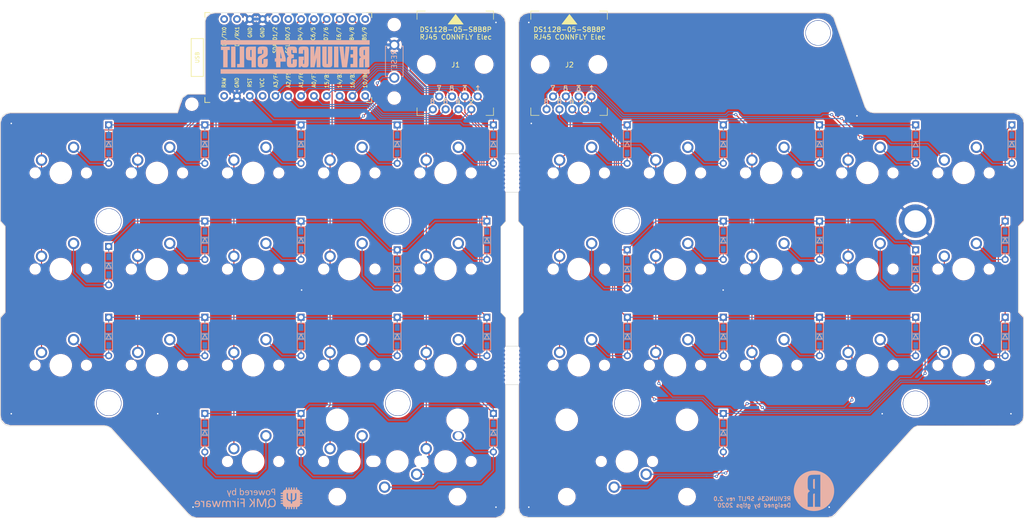
<source format=kicad_pcb>
(kicad_pcb (version 20221018) (generator pcbnew)
  (title_block (title "REVIUNG34-SPLIT") (date "2020-10-19") (rev "2.0"))
  (layers (0 "F.Cu" signal) (31 "B.Cu" signal) (34 "B.Paste" user) (35 "F.Paste" user) (36 "B.SilkS" user "B.Silkscreen") (37 "F.SilkS" user "F.Silkscreen") (38 "B.Mask" user) (39 "F.Mask" user) (44 "Edge.Cuts" user))
  (net 0 "")
  (net 1 "Net-(D1-Pad2)")
  (net 2 "row0")
  (net 3 "Net-(D2-Pad2)")
  (net 4 "Net-(D3-Pad2)")
  (net 5 "Net-(D4-Pad2)")
  (net 6 "Net-(D5-Pad2)")
  (net 7 "Net-(D6-Pad2)")
  (net 8 "row1")
  (net 9 "Net-(D7-Pad2)")
  (net 10 "Net-(D8-Pad2)")
  (net 11 "Net-(D9-Pad2)")
  (net 12 "Net-(D10-Pad2)")
  (net 13 "Net-(D11-Pad2)")
  (net 14 "row2")
  (net 15 "Net-(D12-Pad2)")
  (net 16 "Net-(D13-Pad2)")
  (net 17 "Net-(D14-Pad2)")
  (net 18 "Net-(D15-Pad2)")
  (net 19 "Net-(D16-Pad2)")
  (net 20 "row3")
  (net 21 "Net-(D17-Pad2)")
  (net 22 "Net-(D18-Pad2)")
  (net 23 "col5")
  (net 24 "col6")
  (net 25 "col7")
  (net 26 "col8")
  (net 27 "GND")
  (net 28 "reset")
  (net 29 "col0")
  (net 30 "col1")
  (net 31 "col2")
  (net 32 "col3")
  (net 33 "col4")
  (net 34 "row10")
  (net 35 "Net-(D19-Pad2)")
  (net 36 "Net-(D20-Pad2)")
  (net 37 "Net-(D21-Pad2)")
  (net 38 "Net-(D22-Pad2)")
  (net 39 "row11")
  (net 40 "Net-(D23-Pad2)")
  (net 41 "Net-(D24-Pad2)")
  (net 42 "Net-(D25-Pad2)")
  (net 43 "Net-(D26-Pad2)")
  (net 44 "Net-(D27-Pad2)")
  (net 45 "row12")
  (net 46 "Net-(D28-Pad2)")
  (net 47 "Net-(D29-Pad2)")
  (net 48 "Net-(D30-Pad2)")
  (net 49 "Net-(D31-Pad2)")
  (net 50 "row13")
  (net 51 "Net-(D32-Pad2)")
  (net 52 "Net-(D33-Pad2)")
  (net 53 "Net-(D34-Pad2)")
  (net 54 "col18")
  (net 55 "col17")
  (net 56 "col16")
  (net 57 "col15")
  (footprint "_reviung-kbd:RJ45-DS1128-05-S8B8P" (layer "F.Cu") (at 140.01 60.4 180)
    (fp_text reference "J1")
    (fp_text value "8P8C")
  )
  (footprint "_reviung-kbd:ProMicro" (layer "F.Cu") (at 108.64 58.94 90)
    (fp_text reference "U1" hide)
    (fp_text value "ProMicro_r" hide)
  )
  (footprint "_reviung-kbd:HOLE" (layer "F.Cu") (at 71.32 91.34)
    (fp_text reference "H1")
    (fp_text value "H1")
  )
  (footprint "_reviung-kbd:HOLE" (layer "F.Cu") (at 71.32 127.44)
    (fp_text reference "H2")
    (fp_text value "H2")
  )
  (footprint "_reviung-kbd:HOLE" (layer "F.Cu") (at 128.57 127.44)
    (fp_text reference "H3")
    (fp_text value "H3")
  )
  (footprint "_reviung-kbd:HOLE" (layer "F.Cu") (at 128.44 91.34)
    (fp_text reference "H4")
    (fp_text value "H4")
  )
  (footprint "_reviung-kbd:HOLE_2.2mm" (layer "F.Cu") (at 87.76 68.19)
    (fp_text reference "H7")
    (fp_text value "H7")
  )
  (footprint "_reviung-kbd:HOLE_2.2mm" (layer "F.Cu") (at 127.85 52.42)
    (fp_text reference "H5")
    (fp_text value "H5")
  )
  (footprint "MountingHole:MountingHole_2.2mm_M2_ISO7380" (layer "F.Cu") (at 127.85 66.97)
    (fp_text reference "H6")
    (fp_text value "H6")
  )
  (footprint "_reviung-kbd:MXOnly-1U-NoLED" (layer "F.Cu") (at 61.8 81.8)
    (fp_text reference "SW1")
    (fp_text value "SW_PUSH")
  )
  (footprint "_reviung-kbd:MXOnly-1U-NoLED" (layer "F.Cu") (at 80.85 81.8)
    (fp_text reference "SW2")
    (fp_text value "SW_PUSH")
  )
  (footprint "_reviung-kbd:MXOnly-1U-NoLED" (layer "F.Cu") (at 99.9 81.8)
    (fp_text reference "SW3")
    (fp_text value "SW_PUSH")
  )
  (footprint "_reviung-kbd:MXOnly-1U-NoLED" (layer "F.Cu") (at 118.95 81.8)
    (fp_text reference "SW4")
    (fp_text value "SW_PUSH")
  )
  (footprint "_reviung-kbd:MXOnly-1U-NoLED" (layer "F.Cu") (at 138 81.8)
    (fp_text reference "SW5")
    (fp_text value "SW_PUSH")
  )
  (footprint "_reviung-kbd:MXOnly-1U-NoLED" (layer "F.Cu") (at 61.8 100.85)
    (fp_text reference "SW6")
    (fp_text value "SW_PUSH")
  )
  (footprint "_reviung-kbd:MXOnly-1U-NoLED" (layer "F.Cu") (at 80.85 100.85)
    (fp_text reference "SW7")
    (fp_text value "SW_PUSH")
  )
  (footprint "_reviung-kbd:MXOnly-1U-NoLED" (layer "F.Cu") (at 99.9 100.85)
    (fp_text reference "SW8")
    (fp_text value "SW_PUSH")
  )
  (footprint "_reviung-kbd:MXOnly-1U-NoLED" (layer "F.Cu") (at 118.95 100.85)
    (fp_text reference "SW9")
    (fp_text value "SW_PUSH")
  )
  (footprint "_reviung-kbd:MXOnly-1U-NoLED" (layer "F.Cu") (at 138 100.85)
    (fp_text reference "SW10")
    (fp_text value "SW_PUSH")
  )
  (footprint "_reviung-kbd:MXOnly-1U-NoLED" (layer "F.Cu") (at 61.8 119.9)
    (fp_text reference "SW11")
    (fp_text value "SW_PUSH")
  )
  (footprint "_reviung-kbd:MXOnly-1U-NoLED" (layer "F.Cu") (at 80.85 119.9)
    (fp_text reference "SW12")
    (fp_text value "SW_PUSH")
  )
  (footprint "_reviung-kbd:MXOnly-1U-NoLED" (layer "F.Cu") (at 99.9 119.9)
    (fp_text reference "SW13")
    (fp_text value "SW_PUSH")
  )
  (footprint "_reviung-kbd:MXOnly-1U-NoLED" (layer "F.Cu") (at 118.95 119.9)
    (fp_text reference "SW14")
    (fp_text value "SW_PUSH")
  )
  (footprint "_reviung-kbd:MXOnly-1U-NoLED" (layer "F.Cu") (at 138 119.9)
    (fp_text reference "SW15")
    (fp_text value "SW_PUSH")
  )
  (footprint "_reviung-kbd:MXOnly-1U-NoLED" (layer "F.Cu") (at 99.9 138.95)
    (fp_text reference "SW16")
    (fp_text value "SW_PUSH")
  )
  (footprint "_reviung-kbd:MXOnly-1U-5pinRcut" (layer "F.Cu") (at 118.95 138.95)
    (fp_text reference "SW17")
    (fp_text value "SW_PUSH")
  )
  (footprint "_reviung-kbd:MXOnly-1U-5pinLcut" (layer "F.Cu") (at 138 138.95)
    (fp_text reference "SW18")
    (fp_text value "SW_PUSH")
  )
  (footprint "_reviung-kbd:MXOnly-2U-NoLED" (layer "F.Cu") (at 128.475 138.95 180)
    (fp_text reference "SW35")
    (fp_text value "SW_PUSH")
  )
  (footprint "_reviung-kbd:RJ45-DS1128-05-S8B8P" (layer "F.Cu") (at 162.55 60.4 180)
    (fp_text reference "J2")
    (fp_text value "8P8C")
  )
  (footprint "_reviung-kbd:MXOnly-1U-NoLED" (layer "F.Cu") (at 164.41 81.8)
    (fp_text reference "SW19")
    (fp_text value "SW_PUSH")
  )
  (footprint "_reviung-kbd:MXOnly-1U-NoLED" (layer "F.Cu") (at 183.46 81.8)
    (fp_text reference "SW20")
    (fp_text value "SW_PUSH")
  )
  (footprint "_reviung-kbd:MXOnly-1U-NoLED" (layer "F.Cu") (at 202.51 81.8)
    (fp_text reference "SW21")
    (fp_text value "SW_PUSH")
  )
  (footprint "_reviung-kbd:MXOnly-1U-NoLED" (layer "F.Cu") (at 221.56 81.8)
    (fp_text reference "SW22")
    (fp_text value "SW_PUSH")
  )
  (footprint "_reviung-kbd:MXOnly-1U-NoLED" (layer "F.Cu") (at 164.41 100.85)
    (fp_text reference "SW23")
    (fp_text value "SW_PUSH")
  )
  (footprint "_reviung-kbd:MXOnly-1U-NoLED" (layer "F.Cu") (at 183.46 100.85)
    (fp_text reference "SW24")
    (fp_text value "SW_PUSH")
  )
  (footprint "_reviung-kbd:MXOnly-1U-NoLED" (layer "F.Cu") (at 202.51 100.85)
    (fp_text reference "SW25")
    (fp_text value "SW_PUSH")
  )
  (footprint "_reviung-kbd:MXOnly-1U-NoLED" (layer "F.Cu") (at 221.56 100.85)
    (fp_text reference "SW26")
    (fp_text value "SW_PUSH")
  )
  (footprint "_reviung-kbd:MXOnly-1U-NoLED" (layer "F.Cu") (at 164.41 119.9)
    (fp_text reference "SW27")
    (fp_text value "SW_PUSH")
  )
  (footprint "_reviung-kbd:MXOnly-1U-NoLED" (layer "F.Cu") (at 183.46 119.9)
    (fp_text reference "SW28")
    (fp_text value "SW_PUSH")
  )
  (footprint "_reviung-kbd:MXOnly-1U-NoLED" (layer "F.Cu") (at 202.51 119.9)
    (fp_text reference "SW29")
    (fp_text value "SW_PUSH")
  )
  (footprint "_reviung-kbd:MXOnly-1U-NoLED" (layer "F.Cu") (at 221.56 119.9)
    (fp_text reference "SW30")
    (fp_text value "SW_PUSH")
  )
  (footprint "_reviung-kbd:MXOnly-1U-NoLED" (layer "F.Cu") (at 240.61 81.8)
    (fp_text reference "SW31")
    (fp_text value "SW_PUSH")
  )
  (footprint "_reviung-kbd:MXOnly-1U-NoLED" (layer "F.Cu") (at 240.61 100.85)
    (fp_text reference "SW32")
    (fp_text value "SW_PUSH")
  )
  (footprint "_reviung-kbd:MXOnly-1U-NoLED" (layer "F.Cu") (at 240.61 119.9)
    (fp_text reference "SW33")
    (fp_text value "SW_PUSH")
  )
  (footprint "_reviung-kbd:MXOnly-2U-NoLED" (layer "F.Cu") (at 173.935 138.95 180)
    (fp_text reference "SW34")
    (fp_text value "SW_PUSH")
  )
  (footprint "_reviung-kbd:HOLE" (layer "F.Cu") (at 173.93 127.44)
    (fp_text reference "H10")
    (fp_text value "H10")
  )
  (footprint "_reviung-kbd:HOLE" (layer "F.Cu") (at 173.93 91.34)
    (fp_text reference "H9")
    (fp_text value "H9")
  )
  (footprint "_reviung-kbd:HOLE" (layer "F.Cu") (at 231.08 127.44)
    (fp_text reference "H12")
    (fp_text value "H12")
  )
  (footprint "_reviung-kbd:HOLE" (layer "F.Cu") (at 211.8 54.07)
    (fp_text reference "H8")
    (fp_text value "H8")
  )
  (footprint "_reviung-kbd:Stamp_Holes_7.5mm" (layer "F.Cu") (at 150.23 81.82 90)
    (fp_text reference "breakaway" hide)
    (fp_text value "Stamp_Holes_7.5mm")
  )
  (footprint "_reviung-kbd:Stamp_Holes_7.5mm" (layer "F.Cu") (at 152.14 81.82 90)
    (fp_text reference "breakaway" hide)
    (fp_text value "Stamp_Holes_7.5mm")
  )
  (footprint "_reviung-kbd:Stamp_Holes_7.5mm" (layer "F.Cu") (at 150.23 119.9 90)
    (fp_text reference "breakaway" hide)
    (fp_text value "Stamp_Holes_7.5mm")
  )
  (footprint "_reviung-kbd:Stamp_Holes_7.5mm" (layer "F.Cu") (at 152.14 119.9 90)
    (fp_text reference "breakaway" hide)
    (fp_text value "Stamp_Holes_7.5mm")
  )
  (footprint "MountingHole:MountingHole_4.3mm_M4_ISO7380_Pad" (layer "F.Cu") (at 231.08 91.34)
    (fp_text reference "H1")
    (fp_text value "MountingHole_Pad")
  )
  (footprint "_reviung-kbd:ResetSW_1side" (layer "B.Cu") (at 127.86 59.69 -90)
    (fp_text reference "RESET1" hide)
    (fp_text value "SW_PUSH")
  )
  (footprint "_reviung-kbd:REVIUNG34-split-PCB-logo" (layer "B.Cu") (at 108.24 58.83 180)
    (fp_text reference "G***" hide)
    (fp_text value "LOGO" hide)
  )
  (footprint "_reviung-kbd:D3_TH_SMD_1side" (layer "B.Cu") (at 71.29 76.1 -90)
    (fp_text reference "D1" hide)
    (fp_text value "1N4148" hide)
  )
  (footprint "_reviung-kbd:D3_TH_SMD_1side" (layer "B.Cu") (at 90.34 76.1 -90)
    (fp_text reference "D2" hide)
    (fp_text value "1N4148" hide)
  )
  (footprint "_reviung-kbd:D3_TH_SMD_1side" (layer "B.Cu") (at 109.39 76.1 -90)
    (fp_text reference "D3" hide)
    (fp_text value "1N4148" hide)
  )
  (footprint "_reviung-kbd:D3_TH_SMD_1side" (layer "B.Cu") (at 128.44 76.1 -90)
    (fp_text reference "D4" hide)
    (fp_text value "1N4148" hide)
  )
  (footprint "_reviung-kbd:D3_TH_SMD_1side" (layer "B.Cu") (at 147.49 76.1 -90)
    (fp_text reference "D5" hide)
    (fp_text value "1N4148" hide)
  )
  (footprint "_reviung-kbd:D3_TH_SMD_1side" (layer "B.Cu") (at 71.29 100.175 -90)
    (fp_text reference "D6" hide)
    (fp_text value "1N4148" hide)
  )
  (footprint "_reviung-kbd:D3_TH_SMD_1side" (layer "B.Cu") (at 90.34 95.15 -90)
    (fp_text reference "D7" hide)
    (fp_text value "1N4148" hide)
  )
  (footprint "_reviung-kbd:D3_TH_SMD_1side" (layer "B.Cu") (at 109.39 95.15 -90)
    (fp_text reference "D8" hide)
    (fp_text value "1N4148" hide)
  )
  (footprint "_reviung-kbd:D3_TH_SMD_1side" (layer "B.Cu") (at 128.44 100.85 -90)
    (fp_text reference "D9" hide)
    (fp_text value "1N4148" hide)
  )
  (footprint "_reviung-kbd:D3_TH_SMD_1side" (layer "B.Cu") (at 146.2 95.15 -90)
    (fp_text reference "D10" hide)
    (fp_text value "1N4148" hide)
  )
  (footprint "_reviung-kbd:D3_TH_SMD_1side" (layer "B.Cu") (at 71.29 114.2 -90)
    (fp_text reference "D11" hide)
    (fp_text value "1N4148" hide)
  )
  (footprint "_reviung-kbd:D3_TH_SMD_1side" (layer "B.Cu") (at 90.34 114.2 -90)
    (fp_text reference "D12" hide)
    (fp_text value "1N4148" hide)
  )
  (footprint "_reviung-kbd:D3_TH_SMD_1side" (layer "B.Cu") (at 109.39 114.2 -90)
    (fp_text reference "D13" hide)
    (fp_text value "1N4148" hide)
  )
  (footprint "_reviung-kbd:D3_TH_SMD_1side" (layer "B.Cu") (at 128.44 114.2 -90)
    (fp_text reference "D14" hide)
    (fp_text value "1N4148" hide)
  )
  (footprint "_reviung-kbd:D3_TH_SMD_1side" (layer "B.Cu") (at 146.2 114.2 -90)
    (fp_text reference "D15" hide)
    (fp_text value "1N4148" hide)
  )
  (footprint "_reviung-kbd:D3_TH_SMD_1side" (layer "B.Cu") (at 90.34 133.25 -90)
    (fp_text reference "D16" hide)
    (fp_text value "1N4148" hide)
  )
  (footprint "_reviung-kbd:D3_TH_SMD_1side" (layer "B.Cu") (at 109.39 133.25 -90)
    (fp_text reference "D17" hide)
    (fp_text value "1N4148" hide)
  )
  (footprint "_reviung-kbd:D3_TH_SMD_1side" (layer "B.Cu") (at 147.49 133.25 -90)
    (fp_text reference "D18" hide)
    (fp_text value "1N4148" hide)
  )
  (footprint "_reviung-kbd:D3_TH_SMD_1side" (layer "B.Cu") (at 173.98 76.1 -90)
    (fp_text reference "D19" hide)
    (fp_text value "1N4148" hide)
  )
  (footprint "_reviung-kbd:D3_TH_SMD_1side" (layer "B.Cu") (at 193.03 76.1 -90)
    (fp_text reference "D20" hide)
    (fp_text value "1N4148" hide)
  )
  (footprint "_reviung-kbd:D3_TH_SMD_1side" (layer "B.Cu") (at 212.08 76.1 -90)
    (fp_text reference "D21" hide)
    (fp_text value "1N4148" hide)
  )
  (footprint "_reviung-kbd:D3_TH_SMD_1side" (layer "B.Cu") (at 231.13 76.1 -90)
    (fp_text reference "D22" hide)
    (fp_text value "1N4148" hide)
  )
  (footprint "_reviung-kbd:D3_TH_SMD_1side" (layer "B.Cu") (at 173.99 100.85 -90)
    (fp_text reference "D23" hide)
    (fp_text value "1N4148" hide)
  )
  (footprint "_reviung-kbd:D3_TH_SMD_1side" (layer "B.Cu") (at 193.03 95.15 -90)
    (fp_text reference "D24" hide)
    (fp_text value "1N4148" hide)
  )
  (footprint "_reviung-kbd:D3_TH_SMD_1side" (layer "B.Cu") (at 212.08 95.15 -90)
    (fp_text reference "D25" hide)
    (fp_text value "1N4148" hide)
  )
  (footprint "_reviung-kbd:D3_TH_SMD_1side" (layer "B.Cu") (at 231.13 100.85 -90)
    (fp_text reference "D26" hide)
    (fp_text value "1N4148" hide)
  )
  (footprint "_reviung-kbd:D3_TH_SMD_1side" (layer "B.Cu") (at 174.03 114.2 -90)
    (fp_text reference "D27" hide)
    (fp_text value "1N4148" hide)
  )
  (footprint "_reviung-kbd:D3_TH_SMD_1side" (layer "B.Cu") (at 193.03 114.2 -90)
    (fp_text reference "D28" hide)
    (fp_text value "1N4148" hide)
  )
  (footprint "_reviung-kbd:D3_TH_SMD_1side" (layer "B.Cu") (at 212.08 114.2 -90)
    (fp_text reference "D29" hide)
    (fp_text value "1N4148" hide)
  )
  (footprint "_reviung-kbd:D3_TH_SMD_1side" (layer "B.Cu") (at 231.13 114.2 -90)
    (fp_text reference "D30" hide)
    (fp_text value "1N4148" hide)
  )
  (footprint "_reviung-kbd:D3_TH_SMD_1side" (layer "B.Cu") (at 250.18 76.1 -90)
    (fp_text reference "D31" hide)
    (fp_text value "1N4148" hide)
  )
  (footprint "_reviung-kbd:D3_TH_SMD_1side" (layer "B.Cu") (at 248.85 95.15 -90)
    (fp_text reference "D32" hide)
    (fp_text value "1N4148" hide)
  )
  (footprint "_reviung-kbd:D3_TH_SMD_1side" (layer "B.Cu") (at 248.85 114.2 -90)
    (fp_text reference "D33" hide)
    (fp_text value "1N4148" hide)
  )
  (footprint "_reviung-kbd:D3_TH_SMD_1side" (layer "B.Cu") (at 193.03 133.25 -90)
    (fp_text reference "D34" hide)
    (fp_text value "1N4148" hide)
  )
  (footprint "_reviung-kbd:QMK-x4-ver1" (layer "B.Cu") (at 99 146.25 180)
    (fp_text reference "G***" hide)
    (fp_text value "LOGO" hide)
  )
  (footprint "_reviung-kbd:R-x4-ver1" (layer "B.Cu") (at 211 144.75 180)
    (fp_text reference "G***" hide)
    (fp_text value "LOGO" hide)
  )
  (gr_curve (pts (xy 252.550022 129.907347) (xy 252.550022 129.907347) (xy 252.549935 110.399453) (xy 252.549935 110.399453)) (stroke (width 0.1)) (layer "Edge.Cuts"))
  (gr_line (start 149.910486 110.454122) (end 148.951565 109.42912) (stroke (width 0.1)) (layer "Edge.Cuts"))
  (gr_curve (pts (xy 252.549935 110.399453) (xy 252.549935 110.399453) (xy 251.532168 109.374451) (xy 251.532168 109.374451)) (stroke (width 0.1)) (layer "Edge.Cuts"))
  (gr_line (start 152.449844 91.386229) (end 153.408765 92.433689) (stroke (width 0.1)) (layer "Edge.Cuts"))
  (gr_curve (pts (xy 154.450656 150.109389) (xy 154.450656 150.109389) (xy 213.715624 150.10938) (xy 213.715624 150.10938)) (stroke (width 0.1)) (layer "Edge.Cuts"))
  (gr_curve (pts (xy 85.557631 67.61731) (xy 85.557631 67.61731) (xy 84.914776 69.869972) (xy 84.914776 69.869972)) (stroke (width 0.1)) (layer "Edge.Cuts"))
  (gr_curve (pts (xy 71.888655 132.570365) (xy 71.888655 132.570365) (xy 87.151396 149.462788) (xy 87.151396 149.462788)) (stroke (width 0.1)) (layer "Edge.Cuts"))
  (gr_curve (pts (xy 252.55 71.87) (xy 252.55 70.765427) (xy 251.654566 69.869993) (xy 250.549993 69.869993)) (stroke (width 0.1)) (layer "Edge.Cuts"))
  (gr_curve (pts (xy 147.91057 50.06907) (xy 147.91057 50.06907) (xy 92.326059 50.06907) (xy 92.326059 50.06907)) (stroke (width 0.1)) (layer "Edge.Cuts"))
  (gr_curve (pts (xy 49.81483 91.344996) (xy 49.81483 91.344996) (xy 50.77375 92.392456) (xy 50.77375 92.392456)) (stroke (width 0.1)) (layer "Edge.Cuts"))
  (gr_curve (pts (xy 87.151396 149.462788) (xy 87.530588 149.882468) (xy 88.069754 150.121964) (xy 88.635367 150.121964)) (stroke (width 0.1)) (layer "Edge.Cuts"))
  (gr_curve (pts (xy 90.318214 66.166128) (xy 90.318214 66.166128) (xy 87.48088 66.166128) (xy 87.48088 66.166128)) (stroke (width 0.1)) (layer "Edge.Cuts"))
  (gr_curve (pts (xy 147.908821 150.121942) (xy 149.014072 150.122911) (xy 149.910572 149.227208) (xy 149.910572 148.121935)) (stroke (width 0.1)) (layer "Edge.Cuts"))
  (gr_curve (pts (xy 70.404636 131.911167) (xy 70.970268 131.911167) (xy 71.50945 132.150671) (xy 71.888655 132.570365)) (stroke (width 0.1)) (layer "Edge.Cuts"))
  (gr_line (start 153.408765 109.415684) (end 152.449844 110.440686) (stroke (width 0.1)) (layer "Edge.Cuts"))
  (gr_curve (pts (xy 250.546182 131.907356) (xy 251.652253 131.909478) (xy 252.550026 131.013421) (xy 252.550022 129.907347)) (stroke (width 0.1)) (layer "Edge.Cuts"))
  (gr_curve (pts (xy 149.910507 123.72997) (xy 149.910507 123.72997) (xy 152.449822 123.72997) (xy 152.449822 123.72997)) (stroke (width 0.1)) (layer "Edge.Cuts"))
  (gr_curve (pts (xy 230.456667 132.531177) (xy 230.836777 132.110307) (xy 231.377688 131.87059) (xy 231.944798 131.871678)) (stroke (width 0.1)) (layer "Edge.Cuts"))
  (gr_curve (pts (xy 221.067835 68.530798) (xy 221.067835 68.530798) (xy 215.073971 51.408243) (xy 215.073971 51.408243)) (stroke (width 0.1)) (layer "Edge.Cuts"))
  (gr_curve (pts (xy 251.532168 109.374451) (xy 251.532168 109.374451) (xy 251.532168 92.392456) (xy 251.532168 92.392456)) (stroke (width 0.1)) (layer "Edge.Cuts"))
  (gr_line (start 149.910486 91.399665) (end 149.910507 85.62997) (stroke (width 0.1)) (layer "Edge.Cuts"))
  (gr_curve (pts (xy 149.910572 148.121935) (xy 149.910572 148.121935) (xy 149.910507 123.72997) (xy 149.910507 123.72997)) (stroke (width 0.1)) (layer "Edge.Cuts"))
  (gr_line (start 152.449844 110.440686) (end 152.449822 116.109979) (stroke (width 0.1)) (layer "Edge.Cuts"))
  (gr_curve (pts (xy 154.449851 50.06907) (xy 153.345277 50.06907) (xy 152.449844 50.964504) (xy 152.449844 52.069078)) (stroke (width 0.1)) (layer "Edge.Cuts"))
  (gr_curve (pts (xy 152.449758 148.109382) (xy 152.449755 149.214305) (xy 153.345733 150.109884) (xy 154.450656 150.109389)) (stroke (width 0.1)) (layer "Edge.Cuts"))
  (gr_line (start 149.910507 116.109979) (end 149.910486 110.454122) (stroke (width 0.1)) (layer "Edge.Cuts"))
  (gr_curve (pts (xy 149.910572 52.069077) (xy 149.910574 50.964504) (xy 149.015142 50.06907) (xy 147.91057 50.06907)) (stroke (width 0.1)) (layer "Edge.Cuts"))
  (gr_curve (pts (xy 92.326059 50.06907) (xy 91.221933 50.06907) (xy 90.326689 50.963815) (xy 90.326073 52.067941)) (stroke (width 0.1)) (layer "Edge.Cuts"))
  (gr_curve (pts (xy 231.944798 131.871678) (xy 231.944798 131.871678) (xy 250.546182 131.907356) (xy 250.546182 131.907356)) (stroke (width 0.1)) (layer "Edge.Cuts"))
  (gr_curve (pts (xy 51.814837 69.869972) (xy 50.710263 69.869972) (xy 49.81483 70.765405) (xy 49.81483 71.869979)) (stroke (width 0.1)) (layer "Edge.Cuts"))
  (gr_curve (pts (xy 152.449844 52.069078) (xy 152.449844 52.069078) (xy 152.449844 78.009979) (xy 152.449844 78.009979)) (stroke (width 0.1)) (layer "Edge.Cuts"))
  (gr_curve (pts (xy 50.77375 109.374451) (xy 50.77375 109.374451) (xy 49.81483 110.399453) (xy 49.81483 110.399453)) (stroke (width 0.1)) (layer "Edge.Cuts"))
  (gr_curve (pts (xy 51.814751 131.911167) (xy 51.814751 131.911167) (xy 70.404636 131.911167) (xy 70.404636 131.911167)) (stroke (width 0.1)) (layer "Edge.Cuts"))
  (gr_curve (pts (xy 88.635367 150.121964) (xy 88.635367 150.121964) (xy 147.908821 150.121942) (xy 147.908821 150.121942)) (stroke (width 0.1)) (layer "Edge.Cuts"))
  (gr_line (start 148.951565 92.447103) (end 149.910486 91.399665) (stroke (width 0.1)) (layer "Edge.Cuts"))
  (gr_curve (pts (xy 213.186296 50.069048) (xy 213.186296 50.069048) (xy 154.449851 50.06907) (xy 154.449851 50.06907)) (stroke (width 0.1)) (layer "Edge.Cuts"))
  (gr_curve (pts (xy 49.81483 71.869979) (xy 49.81483 71.869979) (xy 49.81483 91.344996) (xy 49.81483 91.344996)) (stroke (width 0.1)) (layer "Edge.Cuts"))
  (gr_curve (pts (xy 87.48088 66.166128) (xy 86.587673 66.166128) (xy 85.802744 66.758394) (xy 85.557631 67.61731)) (stroke (width 0.1)) (layer "Edge.Cuts"))
  (gr_curve (pts (xy 250.549993 69.869993) (xy 250.549993 69.869993) (xy 222.955505 69.869993) (xy 222.955505 69.869993)) (stroke (width 0.1)) (layer "Edge.Cuts"))
  (gr_curve (pts (xy 215.200904 149.448761) (xy 215.200904 149.448761) (xy 230.456667 132.531177) (xy 230.456667 132.531177)) (stroke (width 0.1)) (layer "Edge.Cuts"))
  (gr_curve (pts (xy 152.449844 78.009979) (xy 152.449844 78.009979) (xy 149.910507 78.009979) (xy 149.910507 78.009979)) (stroke (width 0.1)) (layer "Edge.Cuts"))
  (gr_curve (pts (xy 149.910507 78.009979) (xy 149.910507 78.009979) (xy 149.910572 52.069077) (xy 149.910572 52.069077)) (stroke (width 0.1)) (layer "Edge.Cuts"))
  (gr_curve (pts (xy 251.532168 92.392456) (xy 251.532168 92.392456) (xy 252.55 91.344996) (xy 252.55 91.344996)) (stroke (width 0.1)) (layer "Edge.Cuts"))
  (gr_line (start 153.408765 92.433689) (end 153.408765 109.415684) (stroke (width 0.1)) (layer "Edge.Cuts"))
  (gr_curve (pts (xy 222.955505 69.869993) (xy 222.10566 69.869993) (xy 221.348622 69.332917) (xy 221.067835 68.530798)) (stroke (width 0.1)) (layer "Edge.Cuts"))
  (gr_curve (pts (xy 252.55 91.344996) (xy 252.55 91.344996) (xy 252.55 71.87) (xy 252.55 71.87)) (stroke (width 0.1)) (layer "Edge.Cuts"))
  (gr_curve (pts (xy 84.914776 69.869972) (xy 84.914776 69.869972) (xy 51.814837 69.869972) (xy 51.814837 69.869972)) (stroke (width 0.1)) (layer "Edge.Cuts"))
  (gr_line (start 152.449844 85.62997) (end 152.449844 91.386229) (stroke (width 0.1)) (layer "Edge.Cuts"))
  (gr_curve (pts (xy 90.326073 52.067941) (xy 90.326073 52.067941) (xy 90.318214 66.166128) (xy 90.318214 66.166128)) (stroke (width 0.1)) (layer "Edge.Cuts"))
  (gr_line (start 149.910507 85.62997) (end 152.449844 85.62997) (stroke (width 0.1)) (layer "Edge.Cuts"))
  (gr_curve (pts (xy 213.715624 150.10938) (xy 214.281916 150.10938) (xy 214.821663 149.869312) (xy 215.200904 149.448761)) (stroke (width 0.1)) (layer "Edge.Cuts"))
  (gr_line (start 148.951565 109.42912) (end 148.951565 92.447103) (stroke (width 0.1)) (layer "Edge.Cuts"))
  (gr_curve (pts (xy 215.073971 51.408243) (xy 214.793196 50.606117) (xy 214.036136 50.069027) (xy 213.186296 50.069048)) (stroke (width 0.1)) (layer "Edge.Cuts"))
  (gr_curve (pts (xy 152.449822 123.72997) (xy 152.449822 123.72997) (xy 152.449758 148.109382) (xy 152.449758 148.109382)) (stroke (width 0.1)) (layer "Edge.Cuts"))
  (gr_curve (pts (xy 49.81483 110.399453) (xy 49.81483 110.399453) (xy 49.814743 129.911152) (xy 49.814743 129.911152)) (stroke (width 0.1)) (layer "Edge.Cuts"))
  (gr_curve (pts (xy 50.77375 92.392456) (xy 50.77375 92.392456) (xy 50.77375 109.374451) (xy 50.77375 109.374451)) (stroke (width 0.1)) (layer "Edge.Cuts"))
  (gr_line (start 152.449822 116.109979) (end 149.910507 116.109979) (stroke (width 0.1)) (layer "Edge.Cuts"))
  (gr_curve (pts (xy 49.814743 129.911152) (xy 49.814739 131.015728) (xy 50.710174 131.911167) (xy 51.814751 131.911167)) (stroke (width 0.1)) (layer "Edge.Cuts"))
  (gr_text "REVIUNG34 SPLIT rev 2.0\nDesigned by gtips 2020" (at 206.5 147) (layer "B.SilkS") (effects (font (size 0.8 0.8)) (justify left mirror)))
  (segment (start 71.29 79.91) (end 67.53 79.91) (width 0.2) (layer "B.Cu") (net 1))
  (segment (start 67.53 79.91) (end 64.34 76.72) (width 0.2) (layer "B.Cu") (net 1))
  (segment (start 71.29 79.91) (end 71.29 77.875) (width 0.2) (layer "B.Cu") (net 1))
  (segment (start 147.49 69.77) (end 144.38 66.66) (width 0.2) (layer "F.Cu") (net 2))
  (segment (start 147.49 72.29) (end 147.49 69.77) (width 0.2) (layer "F.Cu") (net 2))
  (segment (start 109.39 74.325) (end 109.39 72.29) (width 0.2) (layer "B.Cu") (net 2))
  (segment (start 106.184021 64.686579) (end 119.647683 64.686579) (width 0.2) (layer "B.Cu") (net 2))
  (segment (start 119.647683 64.686579) (end 124.084262 60.25) (width 0.2) (layer "B.Cu") (net 2))
  (segment (start 128.44 72.29) (end 128.29 72.29) (width 0.2) (layer "B.Cu") (net 2))
  (segment (start 109.93 71.75) (end 109.39 72.29) (width 0.2) (layer "B.Cu") (net 2))
  (segment (start 142.41998 64.69998) (end 133.897074 64.69998) (width 0.2) (layer "B.Cu") (net 2))
  (segment (start 133.897074 64.69998) (end 129.447094 60.25) (width 0.2) (layer "B.Cu") (net 2))
  (segment (start 141.54 72.29) (end 147.49 72.29) (width 0.2) (layer "B.Cu") (net 2))
  (segment (start 128.44 72.29) (end 128.44 74.325) (width 0.2) (layer "B.Cu") (net 2))
  (segment (start 144.38 66.66) (end 142.41998 64.69998) (width 0.2) (layer "B.Cu") (net 2))
  (segment (start 128.46 72.29) (end 129 71.75) (width 0.2) (layer "B.Cu") (net 2))
  (segment (start 129 71.75) (end 141 71.75) (width 0.2) (layer "B.Cu") (net 2))
  (segment (start 128.29 72.29) (end 127.75 71.75) (width 0.2) (layer "B.Cu") (net 2))
  (segment (start 71.29 74.325) (end 71.29 72.29) (width 0.2) (layer "B.Cu") (net 2))
  (segment (start 90.34 72.29) (end 109.39 72.29) (width 0.2) (layer "B.Cu") (net 2))
  (segment (start 141 71.75) (end 141.54 72.29) (width 0.2) (layer "B.Cu") (net 2))
  (segment (start 71.29 72.29) (end 90.34 72.29) (width 0.2) (layer "B.Cu") (net 2))
  (segment (start 147.49 74.325) (end 147.49 72.29) (width 0.2) (layer "B.Cu") (net 2))
  (segment (start 124.084262 60.25) (end 129.447094 60.25) (width 0.2) (layer "B.Cu") (net 2))
  (segment (start 128.44 72.29) (end 128.46 72.29) (width 0.2) (layer "B.Cu") (net 2))
  (segment (start 127.75 71.75) (end 109.93 71.75) (width 0.2) (layer "B.Cu") (net 2))
  (segment (start 104.322 66.5486) (end 106.184021 64.686579) (width 0.2) (layer "B.Cu") (net 2))
  (segment (start 90.34 74.325) (end 90.34 72.29) (width 0.2) (layer "B.Cu") (net 2))
  (segment (start 109.910002 72.29) (end 109.39 72.29) (width 0.2) (layer "B.Cu") (net 2))
  (segment (start 90.34 79.91) (end 86.58 79.91) (width 0.2) (layer "B.Cu") (net 3))
  (segment (start 86.58 79.91) (end 83.39 76.72) (width 0.2) (layer "B.Cu") (net 3))
  (segment (start 90.34 79.91) (end 90.34 77.875) (width 0.2) (layer "B.Cu") (net 3))
  (segment (start 109.39 79.91) (end 105.63 79.91) (width 0.2) (layer "B.Cu") (net 4))
  (segment (start 105.63 79.91) (end 102.44 76.72) (width 0.2) (layer "B.Cu") (net 4))
  (segment (start 109.39 79.91) (end 109.39 77.875) (width 0.2) (layer "B.Cu") (net 4))
  (segment (start 124.68 79.91) (end 121.49 76.72) (width 0.2) (layer "B.Cu") (net 5))
  (segment (start 128.44 77.875) (end 128.44 79.91) (width 0.2) (layer "B.Cu") (net 5))
  (segment (start 128.44 79.91) (end 124.68 79.91) (width 0.2) (layer "B.Cu") (net 5))
  (segment (start 147.49 79.91) (end 143.73 79.91) (width 0.2) (layer "B.Cu") (net 6))
  (segment (start 143.73 79.91) (end 140.54 76.72) (width 0.2) (layer "B.Cu") (net 6))
  (segment (start 147.49 79.91) (end 147.49 77.875) (width 0.2) (layer "B.Cu") (net 6))
  (segment (start 71.29 103.985) (end 71.29 101.95) (width 0.2) (layer "B.Cu") (net 7))
  (segment (start 71.29 103.985) (end 66.735 103.985) (width 0.2) (layer "B.Cu") (net 7))
  (segment (start 64.34 101.59) (end 64.34 95.77) (width 0.2) (layer "B.Cu") (net 7))
  (segment (start 66.735 103.985) (end 64.34 101.59) (width 0.2) (layer "B.Cu") (net 7))
  (segment (start 143.11 70.544302) (end 143.11 69.2) (width 0.2) (layer "F.Cu") (net 8))
  (segment (start 145.601509 73.03581) (end 143.11 70.544302) (width 0.2) (layer "F.Cu") (net 8))
  (segment (start 146.2 90.4415) (end 145.601509 89.843009) (width 0.2) (layer "F.Cu") (net 8))
  (segment (start 146.2 91.34) (end 146.2 90.4415) (width 0.2) (layer "F.Cu") (net 8))
  (segment (start 145.601509 89.843009) (end 145.601509 73.03581) (width 0.2) (layer "F.Cu") (net 8))
  (segment (start 143.11 69.2) (end 141.06 71.25) (width 0.2) (layer "B.Cu") (net 8))
  (segment (start 108.956291 68.642891) (end 106.862 66.5486) (width 0.2) (layer "B.Cu") (net 8))
  (segment (start 146.2 93.375) (end 146.2 91.34) (width 0.2) (layer "B.Cu") (net 8))
  (segment (start 128.44 97.04) (end 128.44 99.075) (width 0.2) (layer "B.Cu") (net 8))
  (segment (start 128.44 97.04) (end 130.21 97.04) (width 0.2) (layer "B.Cu") (net 8))
  (segment (start 126.86 97.04) (end 121.16 91.34) (width 0.2) (layer "B.Cu") (net 8))
  (segment (start 71.29 98.4) (end 71.29 96.365) (width 0.2) (layer "B.Cu") (net 8))
  (segment (start 122.499197 68.642891) (end 108.956291 68.642891) (width 0.2) (layer "B.Cu") (net 8))
  (segment (start 125.106306 71.25) (end 122.499197 68.642891) (width 0.2) (layer "B.Cu") (net 8))
  (segment (start 128.44 97.04) (end 126.86 97.04) (width 0.2) (layer "B.Cu") (net 8))
  (segment (start 141.06 71.25) (end 140.75 71.25) (width 0.2) (layer "B.Cu") (net 8))
  (segment (start 130.21 97.04) (end 135.91 91.34) (width 0.2) (layer "B.Cu") (net 8))
  (segment (start 121.16 91.34) (end 109.39 91.34) (width 0.2) (layer "B.Cu") (net 8))
  (segment (start 140.86002 71.25) (end 140.75 71.25) (width 0.2) (layer "B.Cu") (net 8))
  (segment (start 109.39 93.375) (end 109.39 91.34) (width 0.2) (layer "B.Cu") (net 8))
  (segment (start 140.75 71.25) (end 125.106306 71.25) (width 0.2) (layer "B.Cu") (net 8))
  (segment (start 109.39 91.34) (end 90.34 91.34) (width 0.2) (layer "B.Cu") (net 8))
  (segment (start 90.34 91.34) (end 76.315 91.34) (width 0.2) (layer "B.Cu") (net 8))
  (segment (start 90.34 93.375) (end 90.34 91.34) (width 0.2) (layer "B.Cu") (net 8))
  (segment (start 146.2 91.34) (end 135.91 91.34) (width 0.2) (layer "B.Cu") (net 8))
  (segment (start 76.315 91.34) (end 71.29 96.365) (width 0.2) (layer "B.Cu") (net 8))
  (segment (start 86.58 98.96) (end 83.39 95.77) (width 0.2) (layer "B.Cu") (net 9))
  (segment (start 90.34 98.96) (end 86.58 98.96) (width 0.2) (layer "B.Cu") (net 9))
  (segment (start 90.34 98.96) (end 90.34 96.925) (width 0.2) (layer "B.Cu") (net 9))
  (segment (start 105.63 98.96) (end 102.44 95.77) (width 0.2) (layer "B.Cu") (net 10))
  (segment (start 109.39 98.96) (end 105.63 98.96) (width 0.2) (layer "B.Cu") (net 10))
  (segment (start 109.39 98.96) (end 109.39 96.925) (width 0.2) (layer "B.Cu") (net 10))
  (segment (start 128.44 102.625) (end 128.44 104.66) (width 0.2) (layer "B.Cu") (net 11))
  (segment (start 128.44 104.66) (end 123.91 104.66) (width 0.2) (layer "B.Cu") (net 11))
  (segment (start 123.91 104.66) (end 121.49 102.24) (width 0.2) (layer "B.Cu") (net 11))
  (segment (start 121.49 102.24) (end 121.49 95.77) (width 0.2) (layer "B.Cu") (net 11))
  (segment (start 146.2 98.96) (end 146.2 96.925) (width 0.2) (layer "B.Cu") (net 12))
  (segment (start 146.2 98.96) (end 143.73 98.96) (width 0.2) (layer "B.Cu") (net 12))
  (segment (start 143.73 98.96) (end 140.54 95.77) (width 0.2) (layer "B.Cu") (net 12))
  (segment (start 71.29 118.01) (end 67.53 118.01) (width 0.2) (layer "B.Cu") (net 13))
  (segment (start 71.29 118.01) (end 71.29 115.975) (width 0.2) (layer "B.Cu") (net 13))
  (segment (start 67.53 118.01) (end 64.34 114.82) (width 0.2) (layer "B.Cu") (net 13))
  (segment (start 145.201499 73.201499) (end 141.84 69.84) (width 0.2) (layer "F.Cu") (net 14))
  (segment (start 146.2 110.39) (end 145.201499 109.391499) (width 0.2) (layer "F.Cu") (net 14))
  (segment (start 141.84 69.84) (end 141.84 66.66) (width 0.2) (layer "F.Cu") (net 14))
  (segment (start 145.201499 109.391499) (end 145.201499 73.201499) (width 0.2) (layer "F.Cu") (net 14))
  (segment (start 141.84 66.66) (end 142.198002 66.66) (width 0.2) (layer "F.Cu") (net 14))
  (segment (start 90.34 112.425) (end 90.34 110.39) (width 0.2) (layer "B.Cu") (net 14))
  (segment (start 128.44 110.39) (end 128.44 112.425) (width 0.2) (layer "B.Cu") (net 14))
  (segment (start 71.29 112.425) (end 71.29 110.39) (width 0.2) (layer "B.Cu") (net 14))
  (segment (start 109.39 112.425) (end 109.39 110.39) (width 0.2) (layer "B.Cu") (net 14))
  (segment (start 129.331378 60.69998) (end 124.19998 60.69998) (width 0.2) (layer "B.Cu") (net 14))
  (segment (start 140.27999 65.09999) (end 133.731386 65.09999) (width 0.2) (layer "B.Cu") (net 14))
  (segment (start 119.813371 65.086589) (end 124.19998 60.69998) (width 0.2) (layer "B.Cu") (net 14))
  (segment (start 133.731386 65.09999) (end 129.331378 60.69998) (width 0.2) (layer "B.Cu") (net 14))
  (segment (start 128.44 110.39) (end 146.2 110.39) (width 0.2) (layer "B.Cu") (net 14))
  (segment (start 146.2 112.425) (end 146.2 110.39) (width 0.2) (layer "B.Cu") (net 14))
  (segment (start 71.29 110.39) (end 90.34 110.39) (width 0.2) (layer "B.Cu") (net 14))
  (segment (start 109.39 110.39) (end 128.44 110.39) (width 0.2) (layer "B.Cu") (net 14))
  (segment (start 109.402 66.5486) (end 110.864011 65.086589) (width 0.2) (layer "B.Cu") (net 14))
  (segment (start 90.34 110.39) (end 109.39 110.39) (width 0.2) (layer "B.Cu") (net 14))
  (segment (start 141.84 66.66) (end 140.27999 65.09999) (width 0.2) (layer "B.Cu") (net 14))
  (segment (start 110.864011 65.086589) (end 119.813371 65.086589) (width 0.2) (layer "B.Cu") (net 14))
  (segment (start 86.58 118.01) (end 83.39 114.82) (width 0.2) (layer "B.Cu") (net 15))
  (segment (start 90.34 118.01) (end 86.58 118.01) (width 0.2) (layer "B.Cu") (net 15))
  (segment (start 90.34 118.01) (end 90.34 115.975) (width 0.2) (layer "B.Cu") (net 15))
  (segment (start 105.63 118.01) (end 102.44 114.82) (width 0.2) (layer "B.Cu") (net 16))
  (segment (start 109.39 118.01) (end 105.63 118.01) (width 0.2) (layer "B.Cu") (net 16))
  (segment (start 109.39 118.01) (end 109.39 115.975) (width 0.2) (layer "B.Cu") (net 16))
  (segment (start 124.68 118.01) (end 121.49 114.82) (width 0.2) (layer "B.Cu") (net 17))
  (segment (start 128.44 115.975) (end 128.44 118.01) (width 0.2) (layer "B.Cu") (net 17))
  (segment (start 128.44 118.01) (end 124.68 118.01) (width 0.2) (layer "B.Cu") (net 17))
  (segment (start 146.2 118.01) (end 143.73 118.01) (width 0.2) (layer "B.Cu") (net 18))
  (segment (start 146.2 118.01) (end 146.2 115.975) (width 0.2) (layer "B.Cu") (net 18))
  (segment (start 143.73 118.01) (end 140.54 114.82) (width 0.2) (layer "B.Cu") (net 18))
  (segment (start 102.44 133.87) (end 102.44 140.31) (width 0.2) (layer "B.Cu") (net 19))
  (segment (start 90.34 137.06) (end 90.34 135.025) (width 0.2) (layer "B.Cu") (net 19))
  (segment (start 90.34 139.84) (end 90.34 137.06) (width 0.2) (layer "B.Cu") (net 19))
  (segment (start 100.75 142) (end 92.5 142) (width 0.2) (layer "B.Cu") (net 19))
  (segment (start 92.5 142) (end 90.34 139.84) (width 0.2) (layer "B.Cu") (net 19))
  (segment (start 102.44 140.31) (end 100.75 142) (width 0.2) (layer "B.Cu") (net 19))
  (segment (start 144.801489 126.751489) (end 147.49 129.44) (width 0.2) (layer "F.Cu") (net 20))
  (segment (start 144.801489 90.801489) (end 144.801489 126.751489) (width 0.2) (layer "F.Cu") (net 20))
  (segment (start 144.801489 90.698511) (end 144.801489 90.801489) (width 0.2) (layer "F.Cu") (net 20))
  (segment (start 144.801489 90.801489) (end 144.801489 73.367187) (width 0.2) (layer "F.Cu") (net 20))
  (segment (start 140.634302 69.2) (end 140.57 69.2) (width 0.2) (layer "F.Cu") (net 20))
  (segment (start 144.801489 73.367187) (end 140.634302 69.2) (width 0.2) (layer "F.Cu") (net 20))
  (segment (start 147.49 128.5415) (end 146.6985 127.75) (width 0.2) (layer "B.Cu") (net 20))
  (segment (start 109.39 131.475) (end 109.39 129.44) (width 0.2) (layer "B.Cu") (net 20))
  (segment (start 140.57 69.2) (end 138.92001 70.84999) (width 0.2) (layer "B.Cu") (net 20))
  (segment (start 111.08 127.75) (end 109.39 129.44) (width 0.2) (layer "B.Cu") (net 20))
  (segment (start 125.271994 70.84999) (end 122.664082 68.242078) (width 0.2) (layer "B.Cu") (net 20))
  (segment (start 130.25 130.75) (end 126.75 130.75) (width 0.2) (layer "B.Cu") (net 20))
  (segment (start 90.34 131.475) (end 90.34 129.44) (width 0.2) (layer "B.Cu") (net 20))
  (segment (start 138.92001 70.84999) (end 125.271994 70.84999) (width 0.2) (layer "B.Cu") (net 20))
  (segment (start 147.49 131.475) (end 147.49 129.44) (width 0.2) (layer "B.Cu") (net 20))
  (segment (start 146.6985 127.75) (end 133.25 127.75) (width 0.2) (layer "B.Cu") (net 20))
  (segment (start 113.635478 68.242078) (end 111.942 66.5486) (width 0.2) (layer "B.Cu") (net 20))
  (segment (start 147.49 129.44) (end 147.49 128.5415) (width 0.2) (layer "B.Cu") (net 20))
  (segment (start 126.75 130.75) (end 123.75 127.75) (width 0.2) (layer "B.Cu") (net 20))
  (segment (start 122.664082 68.242078) (end 113.635478 68.242078) (width 0.2) (layer "B.Cu") (net 20))
  (segment (start 109.39 129.44) (end 90.34 129.44) (width 0.2) (layer "B.Cu") (net 20))
  (segment (start 123.75 127.75) (end 111.08 127.75) (width 0.2) (layer "B.Cu") (net 20))
  (segment (start 133.25 127.75) (end 130.25 130.75) (width 0.2) (layer "B.Cu") (net 20))
  (segment (start 109.39 137.06) (end 109.39 135.025) (width 0.2) (layer "B.Cu") (net 21))
  (segment (start 121.49 133.87) (end 121.49 140.26) (width 0.2) (layer "B.Cu") (net 21))
  (segment (start 121.49 140.26) (end 119.75 142) (width 0.2) (layer "B.Cu") (net 21))
  (segment (start 111.75 142) (end 109.39 139.64) (width 0.2) (layer "B.Cu") (net 21))
  (segment (start 119.75 142) (end 111.75 142) (width 0.2) (layer "B.Cu") (net 21))
  (segment (start 109.39 139.64) (end 109.39 137.06) (width 0.2) (layer "B.Cu") (net 21))
  (segment (start 135.72 144.03) (end 125.935 144.03) (width 0.2) (layer "B.Cu") (net 22))
  (segment (start 136.5 143.25) (end 135.72 144.03) (width 0.2) (layer "B.Cu") (net 22))
  (segment (start 145 143.25) (end 136.5 143.25) (width 0.2) (layer "B.Cu") (net 22))
  (segment (start 147.49 137.06) (end 147.49 135.025) (width 0.2) (layer "B.Cu") (net 22))
  (segment (start 147.49 137.06) (end 147.49 140.76) (width 0.2) (layer "B.Cu") (net 22))
  (segment (start 147.49 140.76) (end 145 143.25) (width 0.2) (layer "B.Cu") (net 22))
  (segment (start 147.49 137.06) (end 143.73 137.06) (width 0.2) (layer "B.Cu") (net 22))
  (segment (start 143.73 137.06) (end 140.54 133.87) (width 0.2) (layer "B.Cu") (net 22))
  (segment (start 115.544001 65.486599) (end 120.058303 65.486599) (width 0.2) (layer "B.Cu") (net 23))
  (segment (start 114.482 66.5486) (end 115.544001 65.486599) (width 0.2) (layer "B.Cu") (net 23))
  (segment (start 138.14 65.5) (end 139.3 66.66) (width 0.2) (layer "B.Cu") (net 23))
  (segment (start 133.565698 65.5) (end 138.14 65.5) (width 0.2) (layer "B.Cu") (net 23))
  (segment (start 120.058303 65.486599) (end 124.444912 61.09999) (width 0.2) (layer "B.Cu") (net 23))
  (segment (start 129.165689 61.09999) (end 133.565698 65.5) (width 0.2) (layer "B.Cu") (net 23))
  (segment (start 124.444912 61.09999) (end 129.165689 61.09999) (width 0.2) (layer "B.Cu") (net 23))
  (segment (start 136.78002 70.44998) (end 125.437682 70.44998) (width 0.2) (layer "B.Cu") (net 24))
  (segment (start 138.03 69.2) (end 136.78002 70.44998) (width 0.2) (layer "B.Cu") (net 24))
  (segment (start 122.743851 67.756149) (end 118.229549 67.756149) (width 0.2) (layer "B.Cu") (net 24))
  (segment (start 125.437682 70.44998) (end 122.743851 67.756149) (width 0.2) (layer "B.Cu") (net 24))
  (segment (start 118.229549 67.756149) (end 117.022 66.5486) (width 0.2) (layer "B.Cu") (net 24))
  (segment (start 136.66 66.66) (end 135.90001 65.90001) (width 0.2) (layer "B.Cu") (net 25))
  (segment (start 136.76 66.66) (end 136.66 66.66) (width 0.2) (layer "B.Cu") (net 25))
  (segment (start 124.6106 61.5) (end 129 61.5) (width 0.2) (layer "B.Cu") (net 25))
  (segment (start 133.40001 65.90001) (end 129 61.5) (width 0.2) (layer "B.Cu") (net 25))
  (segment (start 136.76 66.66) (end 136.09 66.66) (width 0.2) (layer "B.Cu") (net 25))
  (segment (start 135.90001 65.90001) (end 133.40001 65.90001) (width 0.2) (layer "B.Cu") (net 25))
  (segment (start 119.562 66.5486) (end 124.6106 61.5) (width 0.2) (layer "B.Cu") (net 25))
  (segment (start 125.60337 70.04997) (end 122.102 66.5486) (width 0.2) (layer "B.Cu") (net 26))
  (segment (start 135.49 69.2) (end 134.64003 70.04997) (width 0.2) (layer "B.Cu") (net 26))
  (segment (start 134.64003 70.04997) (end 125.60337 70.04997) (width 0.2) (layer "B.Cu") (net 26))
  (via (at 193 105) (size 0.6) (drill 0.3) (layers "F.Cu" "B.Cu") (net 27))
  (via (at 224.5 129.5) (size 0.6) (drill 0.3) (layers "F.Cu" "B.Cu") (net 27))
  (via (at 81 129.5) (size 0.6) (drill 0.3) (layers "F.Cu" "B.Cu") (net 27))
  (via (at 52 72) (size 0.6) (drill 0.3) (layers "F.Cu" "B.Cu") (net 27))
  (via (at 219.5 70.5) (size 0.6) (drill 0.3) (layers "F.Cu" "B.Cu") (net 27))
  (via (at 155 72) (size 0.6) (drill 0.3) (layers "F.Cu" "B.Cu") (net 27))
  (via (at 154.5 148) (size 0.6) (drill 0.3) (layers "F.Cu" "B.Cu") (net 27))
  (via (at 109.5 105) (size 0.6) (drill 0.3) (layers "F.Cu" "B.Cu") (net 27))
  (via (at 88 148) (size 0.6) (drill 0.3) (layers "F.Cu" "B.Cu") (net 27))
  (via (at 148 52) (size 0.6) (drill 0.3) (layers "F.Cu" "B.Cu") (net 27))
  (via (at 52 129.5) (size 0.6) (drill 0.3) (layers "F.Cu" "B.Cu") (net 27))
  (via (at 148 148) (size 0.6) (drill 0.3) (layers "F.Cu" "B.Cu") (net 27))
  (via (at 214 148) (size 0.6) (drill 0.3) (layers "F.Cu" "B.Cu") (net 27))
  (via (at 250 129.5) (size 0.6) (drill 0.3) (layers "F.Cu" "B.Cu") (net 27))
  (via (at 154.5 52) (size 0.6) (drill 0.3) (layers "F.Cu" "B.Cu") (net 27))
  (segment (start 106.8934 56.44) (end 127.86 56.44) (width 0.6) (layer "B.Cu") (net 27))
  (segment (start 96.702 66.5486) (end 96.702 53.8686) (width 0.6) (layer "B.Cu") (net 27))
  (segment (start 99.242 51.3286) (end 101.782 51.3286) (width 0.6) (layer "B.Cu") (net 27))
  (segment (start 101.782 51.3286) (end 106.8934 56.44) (width 0.6) (layer "B.Cu") (net 27))
  (segment (start 96.702 53.8686) (end 99.242 51.3286) (width 0.6) (layer "B.Cu") (net 27))
  (segment (start 124.5 67.75) (end 121.75 70.5) (width 0.2) (layer "F.Cu") (net 28))
  (segment (start 124.5 67.75) (end 124.5 64) (width 0.2) (layer "F.Cu") (net 28))
  (segment (start 124.5 66.3) (end 124.5 67.75) (width 0.2) (layer "F.Cu") (net 28))
  (via (at 121.75 70.5) (size 0.6) (drill 0.3) (layers "F.Cu" "B.Cu") (net 28))
  (via (at 124.5 64) (size 0.6) (drill 0.3) (layers "F.Cu" "B.Cu") (net 28))
  (segment (start 127.86 62.94) (end 125.56 62.94) (width 0.2) (layer "B.Cu") (net 28))
  (segment (start 103.9434 71.25) (end 121 71.25) (width 0.2) (layer "B.Cu") (net 28))
  (segment (start 99.242 66.5486) (end 103.9434 71.25) (width 0.2) (layer "B.Cu") (net 28))
  (segment (start 127.86 62.94) (end 127.81 62.94) (width 0.2) (layer "B.Cu") (net 28))
  (segment (start 121 71.25) (end 121.75 70.5) (width 0.2) (layer "B.Cu") (net 28))
  (segment (start 125.56 62.94) (end 124.5 64) (width 0.2) (layer "B.Cu") (net 28))
  (segment (start 96.25 53.5) (end 91.75 58) (width 0.2) (layer "F.Cu") (net 29))
  (segment (start 57.99 76.76) (end 57.99 79.26) (width 0.2) (layer "F.Cu") (net 29))
  (segment (start 86.145801 73.288501) (end 61.461499 73.288501) (width 0.2) (layer "F.Cu") (net 29))
  (segment (start 91.75 58) (end 91.75 67.684302) (width 0.2) (layer "F.Cu") (net 29))
  (segment (start 107.2306 53.5) (end 96.25 53.5) (width 0.2) (layer "F.Cu") (net 29))
  (segment (start 57.99 98.31) (end 57.99 79.26) (width 0.2) (layer "F.Cu") (net 29))
  (segment (start 109.402 51.3286) (end 107.2306 53.5) (width 0.2) (layer "F.Cu") (net 29))
  (segment (start 57.99 117.36) (end 57.99 98.31) (width 0.2) (layer "F.Cu") (net 29))
  (segment (start 61.461499 73.288501) (end 57.99 76.76) (width 0.2) (layer "F.Cu") (net 29))
  (segment (start 91.75 67.684302) (end 86.145801 73.288501) (width 0.2) (layer "F.Cu") (net 29))
  (segment (start 77.04 98.31) (end 77.04 117.36) (width 0.2) (layer "F.Cu") (net 30))
  (segment (start 92.15001 67.84999) (end 86.311489 73.688511) (width 0.2) (layer "F.Cu") (net 30))
  (segment (start 109.37059 53.90001) (end 96.415688 53.90001) (width 0.2) (layer "F.Cu") (net 30))
  (segment (start 80.25 73.688511) (end 77.04 76.898511) (width 0.2) (layer "F.Cu") (net 30))
  (segment (start 77.04 79.26) (end 77.04 98.31) (width 0.2) (layer "F.Cu") (net 30))
  (segment (start 77.04 76.898511) (end 77.04 79.26) (width 0.2) (layer "F.Cu") (net 30))
  (segment (start 86.311489 73.688511) (end 80.25 73.688511) (width 0.2) (layer "F.Cu") (net 30))
  (segment (start 92.15001 58.165688) (end 92.15001 67.84999) (width 0.2) (layer "F.Cu") (net 30))
  (segment (start 96.415688 53.90001) (end 92.15001 58.165688) (width 0.2) (layer "F.Cu") (net 30))
  (segment (start 111.942 51.3286) (end 109.37059 53.90001) (width 0.2) (layer "F.Cu") (net 30))
  (segment (start 96.09 98.31) (end 96.09 79.26) (width 0.2) (layer "F.Cu") (net 31))
  (segment (start 96.09 136.41) (end 96.09 117.36) (width 0.2) (layer "F.Cu") (net 31))
  (segment (start 92.55002 75.72002) (end 96.09 79.26) (width 0.2) (layer "F.Cu") (net 31))
  (segment (start 92.55002 58.331376) (end 92.55002 75.72002) (width 0.2) (layer "F.Cu") (net 31))
  (segment (start 96.581376 54.30002) (end 92.55002 58.331376) (width 0.2) (layer "F.Cu") (net 31))
  (segment (start 114.482 51.3286) (end 111.51058 54.30002) (width 0.2) (layer "F.Cu") (net 31))
  (segment (start 111.51058 54.30002) (end 96.581376 54.30002) (width 0.2) (layer "F.Cu") (net 31))
  (segment (start 96.09 117.36) (end 96.09 98.31) (width 0.2) (layer "F.Cu") (net 31))
  (segment (start 115.14 117.36) (end 115.14 127.86) (width 0.2) (layer "F.Cu") (net 32))
  (segment (start 113.75 129.25) (end 113.75 132) (width 0.2) (layer "F.Cu") (net 32))
  (segment (start 115.14 98.31) (end 115.14 117.36) (width 0.2) (layer "F.Cu") (net 32))
  (segment (start 115.14 127.86) (end 113.75 129.25) (width 0.2) (layer "F.Cu") (net 32))
  (segment (start 115.544001 52.806599) (end 117.022 51.3286) (width 0.2) (layer "F.Cu") (net 32))
  (segment (start 115.14 133.39) (end 115.14 136.41) (width 0.2) (layer "F.Cu") (net 32))
  (segment (start 115.14 79.26) (end 115.14 98.31) (width 0.2) (layer "F.Cu") (net 32))
  (segment (start 115.14 79.26) (end 115.544001 78.855999) (width 0.2) (layer "F.Cu") (net 32))
  (segment (start 113.75 132) (end 115.14 133.39) (width 0.2) (layer "F.Cu") (net 32))
  (segment (start 115.544001 78.855999) (end 115.544001 52.806599) (width 0.2) (layer "F.Cu") (net 32))
  (segment (start 134.19 117.36) (end 134.19 136.41) (width 0.2) (layer "F.Cu") (net 33))
  (segment (start 134.19 136.41) (end 134.73501 136.95501) (width 0.2) (layer "F.Cu") (net 33))
  (segment (start 134.19 64.69) (end 134.19 79.26) (width 0.2) (layer "F.Cu") (net 33))
  (segment (start 129.2583 54.5083) (end 131 56.25) (width 0.2) (layer "F.Cu") (net 33))
  (segment (start 119.562 51.3286) (end 122.7417 54.5083) (width 0.2) (layer "F.Cu") (net 33))
  (segment (start 134.19 98.31) (end 134.19 117.36) (width 0.2) (layer "F.Cu") (net 33))
  (segment (start 134.73501 136.95501) (end 134.73501 140.63098) (width 0.2) (layer "F.Cu") (net 33))
  (segment (start 131 56.25) (end 131 61.5) (width 0.2) (layer "F.Cu") (net 33))
  (segment (start 134.73501 140.63098) (end 133.87599 141.49) (width 0.2) (layer "F.Cu") (net 33))
  (segment (start 134.19 79.26) (end 134.19 98.31) (width 0.2) (layer "F.Cu") (net 33))
  (segment (start 131 61.5) (end 134.19 64.69) (width 0.2) (layer "F.Cu") (net 33))
  (segment (start 122.7417 54.5083) (end 129.2583 54.5083) (width 0.2) (layer "F.Cu") (net 33))
  (segment (start 133.87599 141.49) (end 132.285 141.49) (width 0.2) (layer "F.Cu") (net 33))
  (segment (start 170.520678 70.260678) (end 172.55 72.29) (width 0.2) (layer "F.Cu") (net 34))
  (segment (start 172.55 72.29) (end 173.98 72.29) (width 0.2) (layer "F.Cu") (net 34))
  (segment (start 166.92 66.66) (end 166.92 68.42) (width 0.2) (layer "F.Cu") (net 34))
  (segment (start 166.92 68.42) (end 168.760678 70.260678) (width 0.2) (layer "F.Cu") (net 34))
  (segment (start 168.760678 70.260678) (end 170.520678 70.260678) (width 0.2) (layer "F.Cu") (net 34))
  (segment (start 193.75 71.5) (end 211.29 71.5) (width 0.2) (layer "B.Cu") (net 34))
  (segment (start 173.98 72.29) (end 173.98 72.27) (width 0.2) (layer "B.Cu") (net 34))
  (segment (start 174.75 71.5) (end 192.24 71.5) (width 0.2) (layer "B.Cu") (net 34))
  (segment (start 231.13 72.29) (end 212.08 72.29) (width 0.2) (layer "B.Cu") (net 34))
  (segment (start 231.13 74.325) (end 231.13 72.29) (width 0.2) (layer "B.Cu") (net 34))
  (segment (start 193.03 74.325) (end 193.03 72.29) (width 0.2) (layer "B.Cu") (net 34))
  (segment (start 173.98 74.325) (end 173.98 72.29) (width 0.2) (layer "B.Cu") (net 34))
  (segment (start 212.08 74.325) (end 212.08 72.29) (width 0.2) (layer "B.Cu") (net 34))
  (segment (start 193.03 72.29) (end 193.03 72.22) (width 0.2) (layer "B.Cu") (net 34))
  (segment (start 173.98 72.27) (end 174.75 71.5) (width 0.2) (layer "B.Cu") (net 34))
  (segment (start 192.24 71.5) (end 193.03 72.29) (width 0.2) (layer "B.Cu") (net 34))
  (segment (start 193.03 72.22) (end 193.75 71.5) (width 0.2) (layer "B.Cu") (net 34))
  (segment (start 211.29 71.5) (end 212.08 72.29) (width 0.2) (layer "B.Cu") (net 34))
  (segment (start 173.98 79.91) (end 170.14 79.91) (width 0.2) (layer "B.Cu") (net 35))
  (segment (start 170.14 79.91) (end 166.95 76.72) (width 0.2) (layer "B.Cu") (net 35))
  (segment (start 173.98 79.91) (end 173.98 77.875) (width 0.2) (layer "B.Cu") (net 35))
  (segment (start 193.03 79.91) (end 189.19 79.91) (width 0.2) (layer "B.Cu") (net 36))
  (segment (start 189.19 79.91) (end 186 76.72) (width 0.2) (layer "B.Cu") (net 36))
  (segment (start 193.03 79.91) (end 193.03 77.875) (width 0.2) (layer "B.Cu") (net 36))
  (segment (start 208.24 79.91) (end 205.05 76.72) (width 0.2) (layer "B.Cu") (net 37))
  (segment (start 212.08 79.91) (end 212.08 77.875) (width 0.2) (layer "B.Cu") (net 37))
  (segment (start 212.08 79.91) (end 208.24 79.91) (width 0.2) (layer "B.Cu") (net 37))
  (segment (start 231.13 79.91) (end 231.13 77.875) (width 0.2) (layer "B.Cu") (net 38))
  (segment (start 231.13 79.91) (end 227.29 79.91) (width 0.2) (layer "B.Cu") (net 38))
  (segment (start 227.29 79.91) (end 224.1 76.72) (width 0.2) (layer "B.Cu") (net 38))
  (segment (start 170.5 88.75) (end 170.5 95.25) (width 0.2) (layer "F.Cu") (net 39))
  (segment (start 170.5 95.25) (end 172.29 97.04) (width 0.2) (layer "F.Cu") (net 39))
  (segment (start 172.25 72.555698) (end 172.25 87) (width 0.2) (layer "F.Cu") (net 39))
  (segment (start 172.25 87) (end 170.5 88.75) (width 0.2) (layer "F.Cu") (net 39))
  (segment (start 172.29 97.04) (end 173.99 97.04) (width 0.2) (layer "F.Cu") (net 39))
  (segment (start 167.110688 70.660688) (end 170.354991 70.660688) (width 0.2) (layer "F.Cu") (net 39))
  (segment (start 170.354991 70.660688) (end 172.25 72.555698) (width 0.2) (layer "F.Cu") (net 39))
  (segment (start 165.65 69.2) (end 167.110688 70.660688) (width 0.2) (layer "F.Cu") (net 39))
  (segment (start 173.99 97.04) (end 173.99 97.01) (width 0.2) (layer "B.Cu") (net 39))
  (segment (start 231.13 99.075) (end 231.13 97.04) (width 0.2) (layer "B.Cu") (net 39))
  (segment (start 231.13 97.04) (end 231.13 96.88) (width 0.2) (layer "B.Cu") (net 39))
  (segment (start 229.5 95.5) (end 227 95.5) (width 0.2) (layer "B.Cu") (net 39))
  (segment (start 231.04 97.04) (end 229.5 95.5) (width 0.2) (layer "B.Cu") (net 39))
  (segment (start 179.66 91.34) (end 193.03 91.34) (width 0.2) (layer "B.Cu") (net 39))
  (segment (start 193.03 93.375) (end 193.03 91.34) (width 0.2) (layer "B.Cu") (net 39))
  (segment (start 231.13 97.04) (end 231.21 97.04) (width 0.2) (layer "B.Cu") (net 39))
  (segment (start 222.84 91.34) (end 212.08 91.34) (width 0.2) (layer "B.Cu") (net 39))
  (segment (start 212.08 93.375) (end 212.08 91.34) (width 0.2) (layer "B.Cu") (net 39))
  (segment (start 227 95.5) (end 222.84 91.34) (width 0.2) (layer "B.Cu") (net 39))
  (segment (start 173.99 97.01) (end 179.66 91.34) (width 0.2) (layer "B.Cu") (net 39))
  (segment (start 193.03 91.34) (end 212.08 91.34) (width 0.2) (layer "B.Cu") (net 39))
  (segment (start 173.99 99.075) (end 173.99 97.04) (width 0.2) (layer "B.Cu") (net 39))
  (segment (start 231.13 97.04) (end 231.04 97.04) (width 0.2) (layer "B.Cu") (net 39))
  (segment (start 173.99 104.66) (end 173.99 102.625) (width 0.2) (layer "B.Cu") (net 40))
  (segment (start 166.95 102.2) (end 166.95 95.77) (width 0.2) (layer "B.Cu") (net 40))
  (segment (start 169.41 104.66) (end 166.95 102.2) (width 0.2) (layer "B.Cu") (net 40))
  (segment (start 173.99 104.66) (end 169.41 104.66) (width 0.2) (layer "B.Cu") (net 40))
  (segment (start 193.03 98.96) (end 189.19 98.96) (width 0.2) (layer "B.Cu") (net 41))
  (segment (start 193.03 98.96) (end 193.03 96.925) (width 0.2) (layer "B.Cu") (net 41))
  (segment (start 189.19 98.96) (end 186 95.77) (width 0.2) (layer "B.Cu") (net 41))
  (segment (start 208.24 98.96) (end 205.05 95.77) (width 0.2) (layer "B.Cu") (net 42))
  (segment (start 212.08 98.96) (end 208.24 98.96) (width 0.2) (layer "B.Cu") (net 42))
  (segment (start 212.08 98.96) (end 212.08 96.925) (width 0.2) (layer "B.Cu") (net 42))
  (segment (start 231.13 104.66) (end 231.13 102.625) (width 0.2) (layer "B.Cu") (net 43))
  (segment (start 231.13 104.66) (end 225.91 104.66) (width 0.2) (layer "B.Cu") (net 43))
  (segment (start 224.1 102.85) (end 224.1 95.77) (width 0.2) (layer "B.Cu") (net 43))
  (segment (start 225.91 104.66) (end 224.1 102.85) (width 0.2) (layer "B.Cu") (net 43))
  (segment (start 170.14 118.01) (end 166.95 114.82) (width 0.2) (layer "B.Cu") (net 44))
  (segment (start 174.03 118.01) (end 174.03 115.975) (width 0.2) (layer "B.Cu") (net 44))
  (segment (start 174.03 118.01) (end 170.14 118.01) (width 0.2) (layer "B.Cu") (net 44))
  (segment (start 173.89 110.39) (end 171.5 108) (width 0.2) (layer "F.Cu") (net 45))
  (segment (start 170.09999 95.415689) (end 170.09999 88.584311) (width 0.2) (layer "F.Cu") (net 45))
  (segment (start 165.882696 71.060698) (end 164.38 69.558002) (width 0.2) (layer "F.Cu") (net 45))
  (segment (start 171.84999 72.721386) (end 170.189302 71.060698) (width 0.2) (layer "F.Cu") (net 45))
  (segment (start 170.189302 71.060698) (end 165.882696 71.060698) (width 0.2) (layer "F.Cu") (net 45))
  (segment (start 164.38 69.558002) (end 164.38 66.66) (width 0.2) (layer "F.Cu") (net 45))
  (segment (start 171.84999 86.834311) (end 171.84999 72.721386) (width 0.2) (layer "F.Cu") (net 45))
  (segment (start 174.03 110.39) (end 173.89 110.39) (width 0.2) (layer "F.Cu") (net 45))
  (segment (start 170.09999 88.584311) (end 171.84999 86.834311) (width 0.2) (layer "F.Cu") (net 45))
  (segment (start 171.5 96.815698) (end 170.09999 95.415689) (width 0.2) (layer "F.Cu") (net 45))
  (segment (start 171.5 108) (end 171.5 96.815698) (width 0.2) (layer "F.Cu") (net 45))
  (segment (start 193.03 110.39) (end 212.08 110.39) (width 0.2) (layer "B.Cu") (net 45))
  (segment (start 212.08 112.425) (end 212.08 110.39) (width 0.2) (layer "B.Cu") (net 45))
  (segment (start 174.03 112.425) (end 174.03 110.39) (width 0.2) (layer "B.Cu") (net 45))
  (segment (start 193.03 112.425) (end 193.03 110.39) (width 0.2) (layer "B.Cu") (net 45))
  (segment (start 231.13 112.425) (end 231.13 110.39) (width 0.2) (layer "B.Cu") (net 45))
  (segment (start 174.03 110.39) (end 193.03 110.39) (width 0.2) (layer "B.Cu") (net 45))
  (segment (start 212.08 110.39) (end 231.13 110.39) (width 0.2) (layer "B.Cu") (net 45))
  (segment (start 193.03 118.01) (end 189.19 118.01) (width 0.2) (layer "B.Cu") (net 46))
  (segment (start 189.19 118.01) (end 186 114.82) (width 0.2) (layer "B.Cu") (net 46))
  (segment (start 193.03 118.01) (end 193.03 115.975) (width 0.2) (layer "B.Cu") (net 46))
  (segment (start 208.24 118.01) (end 205.05 114.82) (width 0.2) (layer "B.Cu") (net 47))
  (segment (start 212.08 118.01) (end 212.08 115.975) (width 0.2) (layer "B.Cu") (net 47))
  (segment (start 212.08 118.01) (end 208.24 118.01) (width 0.2) (layer "B.Cu") (net 47))
  (segment (start 231.13 118.01) (end 227.29 118.01) (width 0.2) (layer "B.Cu") (net 48))
  (segment (start 227.29 118.01) (end 224.1 114.82) (width 0.2) (layer "B.Cu") (net 48))
  (segment (start 231.13 118.01) (end 231.13 115.975) (width 0.2) (layer "B.Cu") (net 48))
  (segment (start 250.18 79.91) (end 246.34 79.91) (width 0.2) (layer "B.Cu") (net 49))
  (segment (start 246.34 79.91) (end 243.15 76.72) (width 0.2) (layer "B.Cu") (net 49))
  (segment (start 250.18 79.91) (end 250.18 77.875) (width 0.2) (layer "B.Cu") (net 49))
  (segment (start 248.85 110.39) (end 248.85 108.6) (width 0.2) (layer "F.Cu") (net 50))
  (segment (start 165.370708 71.460708) (end 170.023614 71.460708) (width 0.2) (layer "F.Cu") (net 50))
  (segment (start 248.85 91.34) (end 248.85 73.62) (width 0.2) (layer "F.Cu") (net 50))
  (segment (start 171.44998 72.887074) (end 171.44998 86.668623) (width 0.2) (layer "F.Cu") (net 50))
  (segment (start 247.75 111.5) (end 247.75 121) (width 0.2) (layer "F.Cu") (net 50))
  (segment (start 170.023614 71.460708) (end 171.44998 72.887074) (width 0.2) (layer "F.Cu") (net 50))
  (segment (start 163.11 69.2) (end 165.370708 71.460708) (width 0.2) (layer "F.Cu") (net 50))
  (segment (start 171.09999 118.34999) (end 179.375 126.625) (width 0.2) (layer "F.Cu") (net 50))
  (segment (start 169.69998 88.418622) (end 169.69998 95.581378) (width 0.2) (layer "F.Cu") (net 50))
  (segment (start 171.44998 86.668623) (end 169.69998 88.418622) (width 0.2) (layer "F.Cu") (net 50))
  (segment (start 171.09999 96.981388) (end 171.09999 118.34999) (width 0.2) (layer "F.Cu") (net 50))
  (segment (start 248.85 108.6) (end 247.5 107.25) (width 0.2) (layer "F.Cu") (net 50))
  (segment (start 247.75 121) (end 245.5 123.25) (width 0.2) (layer "F.Cu") (net 50))
  (segment (start 248.85 110.39) (end 248.85 110.4) (width 0.2) (layer "F.Cu") (net 50))
  (segment (start 248.85 73.62) (end 250.18 72.29) (width 0.2) (layer "F.Cu") (net 50))
  (segment (start 248.85 110.4) (end 247.75 111.5) (width 0.2) (layer "F.Cu") (net 50))
  (segment (start 169.69998 95.581378) (end 171.09999 96.981388) (width 0.2) (layer "F.Cu") (net 50))
  (segment (start 247.5 107.25) (end 247.5 92.69) (width 0.2) (layer "F.Cu") (net 50))
  (segment (start 247.5 92.69) (end 248.85 91.34) (width 0.2) (layer "F.Cu") (net 50))
  (via (at 179.375 126.625) (size 0.6) (drill 0.3) (layers "F.Cu" "B.Cu") (net 50))
  (via (at 245.5 123.25) (size 0.6) (drill 0.3) (layers "F.Cu" "B.Cu") (net 50))
  (segment (start 248.85 112.425) (end 248.85 110.39) (width 0.2) (layer "B.Cu") (net 50))
  (segment (start 193.03 129.44) (end 222.06 129.44) (width 0.2) (layer "B.Cu") (net 50))
  (segment (start 250.18 74.325) (end 250.18 72.29) (width 0.2) (layer "B.Cu") (net 50))
  (segment (start 225 126.5) (end 228.25 123.25) (width 0.2) (layer "B.Cu") (net 50))
  (segment (start 224.75 126.75) (end 225 126.5) (width 0.2) (layer "B.Cu") (net 50))
  (segment (start 222.06 129.44) (end 225 126.5) (width 0.2) (layer "B.Cu") (net 50))
  (segment (start 193.03 129.44) (end 191.69 129.44) (width 0.2) (layer "B.Cu") (net 50))
  (segment (start 245.5 123.25) (end 228.25 123.25) (width 0.2) (layer "B.Cu") (net 50))
  (segment (start 248.85 93.375) (end 248.85 91.34) (width 0.2) (layer "B.Cu") (net 50))
  (segment (start 191.69 129.44) (end 188.875 126.625) (width 0.2) (layer "B.Cu") (net 50))
  (segment (start 188.875 126.625) (end 179.375 126.625) (width 0.2) (layer "B.Cu") (net 50))
  (segment (start 193.03 131.475) (end 193.03 129.44) (width 0.2) (layer "B.Cu") (net 50))
  (segment (start 246.34 98.96) (end 243.15 95.77) (width 0.2) (layer "B.Cu") (net 51))
  (segment (start 248.85 98.96) (end 246.34 98.96) (width 0.2) (layer "B.Cu") (net 51))
  (segment (start 248.85 98.96) (end 248.85 96.925) (width 0.2) (layer "B.Cu") (net 51))
  (segment (start 248.85 118.01) (end 246.34 118.01) (width 0.2) (layer "B.Cu") (net 52))
  (segment (start 246.34 118.01) (end 243.15 114.82) (width 0.2) (layer "B.Cu") (net 52))
  (segment (start 248.85 118.01) (end 248.85 115.975) (width 0.2) (layer "B.Cu") (net 52))
  (segment (start 193.03 140.55) (end 191.69 141.89) (width 0.2) (layer "F.Cu") (net 53))
  (segment (start 193.03 137.06) (end 193.03 140.55) (width 0.2) (layer "F.Cu") (net 53))
  (via (at 191.69 141.89) (size 0.6) (drill 0.3) (layers "F.Cu" "B.Cu") (net 53))
  (segment (start 177.97 144.03) (end 180.10999 141.89001) (width 0.2) (layer "B.Cu") (net 53))
  (segment (start 189.64001 141.89001) (end 189.859991 141.89001) (width 0.2) (layer "B.Cu") (net 53))
  (segment (start 193.03 137.06) (end 193.03 135.025) (width 0.2) (layer "B.Cu") (net 53))
  (segment (start 180.10999 141.89001) (end 189.64001 141.89001) (width 0.2) (layer "B.Cu") (net 53))
  (segment (start 189.64002 141.89) (end 189.64001 141.89001) (width 0.2) (layer "B.Cu") (net 53))
  (segment (start 191.69 141.89) (end 189.64002 141.89) (width 0.2) (layer "B.Cu") (net 53))
  (segment (start 171.395 144.03) (end 177.97 144.03) (width 0.2) (layer "B.Cu") (net 53))
  (segment (start 217.75 98.31) (end 217.75 79.26) (width 0.2) (layer "F.Cu") (net 54))
  (segment (start 218.5 118.11) (end 217.75 117.36) (width 0.2) (layer "F.Cu") (net 54))
  (segment (start 217.75 79.26) (end 217.75 73.5) (width 0.2) (layer "F.Cu") (net 54))
  (segment (start 218.5 126.75) (end 218.5 118.11) (width 0.2) (layer "F.Cu") (net 54))
  (segment (start 195.125 139.625) (end 195.125 130.125) (width 0.2) (layer "F.Cu") (net 54))
  (segment (start 195.125 139.625) (end 193.5 141.25) (width 0.2) (layer "F.Cu") (net 54))
  (segment (start 217.75 117.36) (end 217.75 118) (width 0.2) (layer "F.Cu") (net 54))
  (segment (start 195.125 130.125) (end 197.75 127.5) (width 0.2) (layer "F.Cu") (net 54))
  (segment (start 217.75 73.5) (end 214.5 70.25) (width 0.2) (layer "F.Cu") (net 54))
  (segment (start 217.75 117.36) (end 217.75 98.31) (width 0.2) (layer "F.Cu") (net 54))
  (via (at 218.5 126.75) (size 0.6) (drill 0.3) (layers "F.Cu" "B.Cu") (net 54))
  (via (at 193.5 141.25) (size 0.6) (drill 0.3) (layers "F.Cu" "B.Cu") (net 54))
  (via (at 214.5 70.25) (size 0.6) (drill 0.3) (layers "F.Cu" "B.Cu") (net 54))
  (via (at 197.75 127.5) (size 0.6) (drill 0.3) (layers "F.Cu" "B.Cu") (net 54))
  (segment (start 197.75 127.5) (end 197.75 127.5) (width 0.2) (layer "B.Cu") (net 54))
  (segment (start 197.75 127.5) (end 200.888002 127.5) (width 0.2) (layer "B.Cu") (net 54))
  (segment (start 159.572019 64.759979) (end 167.794688 64.759979) (width 0.2) (layer "B.Cu") (net 54))
  (segment (start 212.75 70.25) (end 214.5 70.25) (width 0.2) (layer "B.Cu") (net 54))
  (segment (start 193.451473 70.232829) (end 194.034303 69.649999) (width 0.2) (layer "B.Cu") (net 54))
  (segment (start 173.267538 70.232829) (end 193.451473 70.232829) (width 0.2) (layer "B.Cu") (net 54))
  (segment (start 212.367161 70.632839) (end 212.75 70.25) (width 0.2) (layer "B.Cu") (net 54))
  (segment (start 177.745 141.49) (end 191.01 141.49) (width 0.2) (layer "B.Cu") (net 54))
  (segment (start 195.899999 69.649999) (end 196.882839 70.632839) (width 0.2) (layer "B.Cu") (net 54))
  (segment (start 158.03 69.2) (end 158.03 66.301998) (width 0.2) (layer "B.Cu") (net 54))
  (segment (start 217.75 79.26) (end 217.76 79.26) (width 0.2) (layer "B.Cu") (net 54))
  (segment (start 158.03 66.301998) (end 159.572019 64.759979) (width 0.2) (layer "B.Cu") (net 54))
  (segment (start 201.627972 128.23997) (end 217.01003 128.23997) (width 0.2) (layer "B.Cu") (net 54))
  (segment (start 194.034303 69.649999) (end 195.899999 69.649999) (width 0.2) (layer "B.Cu") (net 54))
  (segment (start 167.794688 64.759979) (end 173.267538 70.232829) (width 0.2) (layer "B.Cu") (net 54))
  (segment (start 191.01 141.49) (end 191.25 141.25) (width 0.2) (layer "B.Cu") (net 54))
  (segment (start 196.882839 70.632839) (end 212.367161 70.632839) (width 0.2) (layer "B.Cu") (net 54))
  (segment (start 217.01003 128.23997) (end 218.5 126.75) (width 0.2) (layer "B.Cu") (net 54))
  (segment (start 191.25 141.25) (end 193.5 141.25) (width 0.2) (layer "B.Cu") (net 54))
  (segment (start 200.888002 127.5) (end 201.627972 128.23997) (width 0.2) (layer "B.Cu") (net 54))
  (segment (start 199.25 126.75) (end 199.25 117.91) (width 0.2) (layer "F.Cu") (net 55))
  (segment (start 198.7 117.36) (end 198.7 98.31) (width 0.2) (layer "F.Cu") (net 55))
  (segment (start 198.7 73.45) (end 195.5 70.25) (width 0.2) (layer "F.Cu") (net 55))
  (segment (start 198.7 98.31) (end 198.7 79.26) (width 0.2) (layer "F.Cu") (net 55))
  (segment (start 200.75 128.25) (end 199.25 126.75) (width 0.2) (layer "F.Cu") (net 55))
  (segment (start 198.7 79.26) (end 198.7 73.45) (width 0.2) (layer "F.Cu") (net 55))
  (segment (start 199.25 117.91) (end 198.7 117.36) (width 0.2) (layer "F.Cu") (net 55))
  (via (at 200.75 128.25) (size 0.6) (drill 0.3) (layers "F.Cu" "B.Cu") (net 55))
  (via (at 195.5 70.25) (size 0.6) (drill 0.3) (layers "F.Cu" "B.Cu") (net 55))
  (segment (start 235.20901 117.36) (end 230.25 122.31901) (width 0.2) (layer "B.Cu") (net 55))
  (segment (start 159.3 66.66) (end 160.800011 65.159989) (width 0.2) (layer "B.Cu") (net 55))
  (segment (start 173.10185 70.632839) (end 176.367161 70.632839) (width 0.2) (layer "B.Cu") (net 55))
  (segment (start 176.367161 70.632839) (end 176.132839 70.632839) (width 0.2) (layer "B.Cu") (net 55))
  (segment (start 160.800011 65.159989) (end 167.629 65.159989) (width 0.2) (layer "B.Cu") (net 55))
  (segment (start 201.13998 128.63998) (end 200.75 128.25) (width 0.2) (layer "B.Cu") (net 55))
  (segment (start 167.629 65.159989) (end 173.10185 70.632839) (width 0.2) (layer "B.Cu") (net 55))
  (segment (start 228.049593 122.31901) (end 221.728623 128.63998) (width 0.2) (layer "B.Cu") (net 55))
  (segment (start 193.617161 70.632839) (end 176.367161 70.632839) (width 0.2) (layer "B.Cu") (net 55))
  (segment (start 230.25 122.31901) (end 228.049593 122.31901) (width 0.2) (layer "B.Cu") (net 55))
  (segment (start 195.5 70.25) (end 194 70.25) (width 0.2) (layer "B.Cu") (net 55))
  (segment (start 194 70.25) (end 193.617161 70.632839) (width 0.2) (layer "B.Cu") (net 55))
  (segment (start 236.8 117.36) (end 235.20901 117.36) (width 0.2) (layer "B.Cu") (net 55))
  (segment (start 221.728623 128.63998) (end 201.13998 128.63998) (width 0.2) (layer "B.Cu") (net 55))
  (segment (start 179.65 117.36) (end 179.65 117.65) (width 0.2) (layer "F.Cu") (net 56))
  (segment (start 179.65 117.36) (end 179.65 98.31) (width 0.2) (layer "F.Cu") (net 56))
  (segment (start 179.65 117.65) (end 180.25 118.25) (width 0.2) (layer "F.Cu") (net 56))
  (segment (start 236.8 111.95) (end 236.8 98.31) (width 0.2) (layer "F.Cu") (net 56))
  (segment (start 180.25 118.25) (end 180.25 123.5) (width 0.2) (layer "F.Cu") (net 56))
  (segment (start 179.65 98.31) (end 179.65 79.26) (width 0.2) (layer "F.Cu") (net 56))
  (segment (start 233 115.75) (end 236.8 111.95) (width 0.2) (layer "F.Cu") (net 56))
  (segment (start 233 115.75) (end 233 121.5) (width 0.2) (layer "F.Cu") (net 56))
  (via (at 180.25 123.5) (size 0.6) (drill 0.3) (layers "F.Cu" "B.Cu") (net 56))
  (via (at 233 121.5) (size 0.6) (drill 0.3) (layers "F.Cu" "B.Cu") (net 56))
  (segment (start 182.97499 126.22499) (end 180.25 123.5) (width 0.2) (layer "B.Cu") (net 56))
  (segment (start 172.5 76.25) (end 176.64 76.25) (width 0.2) (layer "B.Cu") (net 56))
  (segment (start 189.040689 126.22499) (end 182.97499 126.22499) (width 0.2) (layer "B.Cu") (net 56))
  (segment (start 160.57 69.2) (end 160.57 70.82) (width 0.2) (layer "B.Cu") (net 56))
  (segment (start 195.03999 129.03999) (end 194.342151 128.342151) (width 0.2) (layer "B.Cu") (net 56))
  (segment (start 233 121.5) (end 231.65001 122.84999) (width 0.2) (layer "B.Cu") (net 56))
  (segment (start 228.084311 122.84999) (end 221.894312 129.03999) (width 0.2) (layer "B.Cu") (net 56))
  (segment (start 162 72.25) (end 168.5 72.25) (width 0.2) (layer "B.Cu") (net 56))
  (segment (start 160.57 70.82) (end 162 72.25) (width 0.2) (layer "B.Cu") (net 56))
  (segment (start 176.64 76.25) (end 179.65 79.26) (width 0.2) (layer "B.Cu") (net 56))
  (segment (start 194.342151 128.342151) (end 191.157849 128.342151) (width 0.2) (layer "B.Cu") (net 56))
  (segment (start 168.5 72.25) (end 172.5 76.25) (width 0.2) (layer "B.Cu") (net 56))
  (segment (start 221.894312 129.03999) (end 195.03999 129.03999) (width 0.2) (layer "B.Cu") (net 56))
  (segment (start 191.157849 128.342151) (end 189.040689 126.22499) (width 0.2) (layer "B.Cu") (net 56))
  (segment (start 231.65001 122.84999) (end 228.084311 122.84999) (width 0.2) (layer "B.Cu") (net 56))
  (segment (start 216.467151 71.032849) (end 220.184302 74.75) (width 0.2) (layer "F.Cu") (net 57))
  (segment (start 236.75 79.21) (end 236.8 79.26) (width 0.2) (layer "F.Cu") (net 57))
  (segment (start 160.6 98.31) (end 160.6 79.26) (width 0.2) (layer "F.Cu") (net 57))
  (segment (start 162.70999 71) (end 161.84 70.13001) (width 0.2) (layer "F.Cu") (net 57))
  (segment (start 161.84 70.13001) (end 161.84 66.66) (width 0.2) (layer "F.Cu") (net 57))
  (segment (start 162.70999 77.15001) (end 162.70999 71) (width 0.2) (layer "F.Cu") (net 57))
  (segment (start 160.6 79.26) (end 162.70999 77.15001) (width 0.2) (layer "F.Cu") (net 57))
  (segment (start 160.6 117.36) (end 160.6 98.31) (width 0.2) (layer "F.Cu") (net 57))
  (via (at 216.467151 71.032849) (size 0.6) (drill 0.3) (layers "F.Cu" "B.Cu") (net 57))
  (via (at 220.184302 74.75) (size 0.6) (drill 0.3) (layers "F.Cu" "B.Cu") (net 57))
  (segment (start 216.467151 71.032849) (end 172.920851 71.032849) (width 0.2) (layer "B.Cu") (net 57))
  (segment (start 226.25 76) (end 233.54 76) (width 0.2) (layer "B.Cu") (net 57))
  (segment (start 225 74.75) (end 226.25 76) (width 0.2) (layer "B.Cu") (net 57))
  (segment (start 167.448001 65.559999) (end 162.940001 65.559999) (width 0.2) (layer "B.Cu") (net 57))
  (segment (start 162.940001 65.559999) (end 161.84 66.66) (width 0.2) (layer "B.Cu") (net 57))
  (segment (start 233.54 76) (end 236.8 79.26) (width 0.2) (layer "B.Cu") (net 57))
  (segment (start 220.184302 74.75) (end 225 74.75) (width 0.2) (layer "B.Cu") (net 57))
  (segment (start 172.920851 71.032849) (end 167.448001 65.559999) (width 0.2) (layer "B.Cu") (net 57))
  (zone (net 27) (net_name "GND") (layer "F.Cu") (connect_pads (clearance 0.35)) (min_thickness 0.254) (fill yes (thermal_gap 0.508) (thermal_bridge_width 0.508))
    (polygon (pts (xy 148.85 50.45) (xy 149.6 51.25) (xy 149.8 52.1) (xy 149.8 78.15) (xy 152.6 78.15) (xy 152.6 52) (xy 152.85 51.05) (xy 153.55 50.45) (xy 154.4 50.2) (xy 213.2 50.2) (xy 214.15 50.45) (xy 214.8 51.1) (xy 221 68.75) (xy 221.45 69.45) (xy 222.1 69.85) (xy 222.85 70) (xy 250.65 70) (xy 251.65 70.4) (xy 252.3 71.2) (xy 252.45 71.95) (xy 252.45 91.25) (xy 251.4 92.35) (xy 251.4 109.45) (xy 252.4 110.45) (xy 252.4 129.95) (xy 252.25 130.75) (xy 251.6 131.45) (xy 250.7 131.8) (xy 231.45 131.8) (xy 230.75 132.1) (xy 230.3 132.5) (xy 215.2 149.2) (xy 214.55 149.75) (xy 213.7 149.95) (xy 154.5 149.95) (xy 153.4 149.65) (xy 152.8 149) (xy 152.6 148.1) (xy 152.6 123.6) (xy 149.8 123.6) (xy 149.8 148.15) (xy 149.55 149.05) (xy 148.95 149.65) (xy 148 150) (xy 88.6 150) (xy 87.75 149.75) (xy 87.1 149.2) (xy 71.85 132.3) (xy 71.2 131.9) (xy 70.5 131.75) (xy 51.8 131.75) (xy 50.8 131.45) (xy 50.1 130.65) (xy 49.95 129.85) (xy 49.95 110.5) (xy 50.9 109.45) (xy 50.9 92.35) (xy 49.95 91.3) (xy 49.95 71.8) (xy 50.25 70.85) (xy 51 70.2) (xy 51.75 70) (xy 85 70) (xy 85.55 68.2) (xy 86.05 66.95) (xy 86.9 66.35) (xy 87.75 66.3) (xy 90.5 66.3) (xy 90.5 51.7) (xy 90.75 51) (xy 91.45 50.4) (xy 92.3 50.2) (xy 148 50.2)))
  )
  (zone (net 27) (net_name "GND") (layer "B.Cu") (connect_pads (clearance 0.35)) (min_thickness 0.254) (fill yes (thermal_gap 0.508) (thermal_bridge_width 0.508))
    (polygon (pts (xy 148.85 50.45) (xy 149.6 51.25) (xy 149.8 52.1) (xy 149.8 78.15) (xy 152.6 78.15) (xy 152.6 52) (xy 152.85 51.05) (xy 153.55 50.45) (xy 154.4 50.2) (xy 213.2 50.2) (xy 214.15 50.45) (xy 214.8 51.1) (xy 221 68.75) (xy 221.45 69.45) (xy 222.1 69.85) (xy 222.85 70) (xy 250.6 70) (xy 251.65 70.4) (xy 252.3 71.2) (xy 252.45 71.95) (xy 252.45 91.2) (xy 251.4 92.3) (xy 251.4 109.45) (xy 252.4 110.5) (xy 252.4 129.95) (xy 252.25 130.75) (xy 251.6 131.45) (xy 250.7 131.8) (xy 231.45 131.8) (xy 230.75 132.1) (xy 230.3 132.5) (xy 215.25 149.15) (xy 214.55 149.75) (xy 213.7 149.95) (xy 154.5 149.95) (xy 153.35 149.65) (xy 152.8 149) (xy 152.6 148.15) (xy 152.6 123.6) (xy 149.8 123.6) (xy 149.8 148.15) (xy 149.55 149.05) (xy 148.95 149.65) (xy 148 150) (xy 88.6 150) (xy 87.75 149.75) (xy 87.1 149.2) (xy 71.85 132.3) (xy 71.15 131.9) (xy 70.45 131.75) (xy 51.8 131.75) (xy 50.8 131.45) (xy 50.1 130.65) (xy 49.95 129.85) (xy 49.95 110.5) (xy 50.9 109.45) (xy 50.9 92.35) (xy 49.95 91.3) (xy 49.95 71.8) (xy 50.25 70.85) (xy 51 70.2) (xy 51.75 70) (xy 85 70) (xy 86 67) (xy 86.9 66.3) (xy 90.5 66.3) (xy 90.5 51.7) (xy 90.75 51) (xy 91.45 50.4) (xy 92.3 50.2) (xy 148 50.2)))
  )
)
</source>
